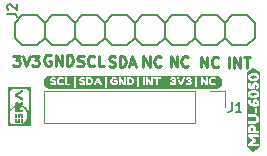
<source format=gbr>
%TF.GenerationSoftware,KiCad,Pcbnew,6.0.9-8da3e8f707~116~ubuntu22.04.1*%
%TF.CreationDate,2022-11-22T16:03:36+05:30*%
%TF.ProjectId,mpu,6d70752e-6b69-4636-9164-5f7063625858,rev?*%
%TF.SameCoordinates,Original*%
%TF.FileFunction,Legend,Top*%
%TF.FilePolarity,Positive*%
%FSLAX46Y46*%
G04 Gerber Fmt 4.6, Leading zero omitted, Abs format (unit mm)*
G04 Created by KiCad (PCBNEW 6.0.9-8da3e8f707~116~ubuntu22.04.1) date 2022-11-22 16:03:36*
%MOMM*%
%LPD*%
G01*
G04 APERTURE LIST*
%ADD10C,0.225000*%
%ADD11C,0.150000*%
%ADD12C,0.152400*%
%ADD13C,0.120000*%
G04 APERTURE END LIST*
D10*
X160075714Y-73777142D02*
X160075714Y-72877142D01*
X160504285Y-73777142D02*
X160504285Y-72877142D01*
X161018571Y-73777142D01*
X161018571Y-72877142D01*
X161318571Y-72877142D02*
X161832857Y-72877142D01*
X161575714Y-73777142D02*
X161575714Y-72877142D01*
X149907142Y-73644285D02*
X150035714Y-73687142D01*
X150250000Y-73687142D01*
X150335714Y-73644285D01*
X150378571Y-73601428D01*
X150421428Y-73515714D01*
X150421428Y-73430000D01*
X150378571Y-73344285D01*
X150335714Y-73301428D01*
X150250000Y-73258571D01*
X150078571Y-73215714D01*
X149992857Y-73172857D01*
X149950000Y-73130000D01*
X149907142Y-73044285D01*
X149907142Y-72958571D01*
X149950000Y-72872857D01*
X149992857Y-72830000D01*
X150078571Y-72787142D01*
X150292857Y-72787142D01*
X150421428Y-72830000D01*
X150807142Y-73687142D02*
X150807142Y-72787142D01*
X151021428Y-72787142D01*
X151150000Y-72830000D01*
X151235714Y-72915714D01*
X151278571Y-73001428D01*
X151321428Y-73172857D01*
X151321428Y-73301428D01*
X151278571Y-73472857D01*
X151235714Y-73558571D01*
X151150000Y-73644285D01*
X151021428Y-73687142D01*
X150807142Y-73687142D01*
X151664285Y-73430000D02*
X152092857Y-73430000D01*
X151578571Y-73687142D02*
X151878571Y-72787142D01*
X152178571Y-73687142D01*
X155112857Y-73707142D02*
X155112857Y-72807142D01*
X155627142Y-73707142D01*
X155627142Y-72807142D01*
X156570000Y-73621428D02*
X156527142Y-73664285D01*
X156398571Y-73707142D01*
X156312857Y-73707142D01*
X156184285Y-73664285D01*
X156098571Y-73578571D01*
X156055714Y-73492857D01*
X156012857Y-73321428D01*
X156012857Y-73192857D01*
X156055714Y-73021428D01*
X156098571Y-72935714D01*
X156184285Y-72850000D01*
X156312857Y-72807142D01*
X156398571Y-72807142D01*
X156527142Y-72850000D01*
X156570000Y-72892857D01*
X141775714Y-72747142D02*
X142332857Y-72747142D01*
X142032857Y-73090000D01*
X142161428Y-73090000D01*
X142247142Y-73132857D01*
X142290000Y-73175714D01*
X142332857Y-73261428D01*
X142332857Y-73475714D01*
X142290000Y-73561428D01*
X142247142Y-73604285D01*
X142161428Y-73647142D01*
X141904285Y-73647142D01*
X141818571Y-73604285D01*
X141775714Y-73561428D01*
X142590000Y-72747142D02*
X142890000Y-73647142D01*
X143190000Y-72747142D01*
X143404285Y-72747142D02*
X143961428Y-72747142D01*
X143661428Y-73090000D01*
X143790000Y-73090000D01*
X143875714Y-73132857D01*
X143918571Y-73175714D01*
X143961428Y-73261428D01*
X143961428Y-73475714D01*
X143918571Y-73561428D01*
X143875714Y-73604285D01*
X143790000Y-73647142D01*
X143532857Y-73647142D01*
X143447142Y-73604285D01*
X143404285Y-73561428D01*
X157682857Y-73757142D02*
X157682857Y-72857142D01*
X158197142Y-73757142D01*
X158197142Y-72857142D01*
X159140000Y-73671428D02*
X159097142Y-73714285D01*
X158968571Y-73757142D01*
X158882857Y-73757142D01*
X158754285Y-73714285D01*
X158668571Y-73628571D01*
X158625714Y-73542857D01*
X158582857Y-73371428D01*
X158582857Y-73242857D01*
X158625714Y-73071428D01*
X158668571Y-72985714D01*
X158754285Y-72900000D01*
X158882857Y-72857142D01*
X158968571Y-72857142D01*
X159097142Y-72900000D01*
X159140000Y-72942857D01*
X147228571Y-73614285D02*
X147357142Y-73657142D01*
X147571428Y-73657142D01*
X147657142Y-73614285D01*
X147700000Y-73571428D01*
X147742857Y-73485714D01*
X147742857Y-73400000D01*
X147700000Y-73314285D01*
X147657142Y-73271428D01*
X147571428Y-73228571D01*
X147400000Y-73185714D01*
X147314285Y-73142857D01*
X147271428Y-73100000D01*
X147228571Y-73014285D01*
X147228571Y-72928571D01*
X147271428Y-72842857D01*
X147314285Y-72800000D01*
X147400000Y-72757142D01*
X147614285Y-72757142D01*
X147742857Y-72800000D01*
X148642857Y-73571428D02*
X148600000Y-73614285D01*
X148471428Y-73657142D01*
X148385714Y-73657142D01*
X148257142Y-73614285D01*
X148171428Y-73528571D01*
X148128571Y-73442857D01*
X148085714Y-73271428D01*
X148085714Y-73142857D01*
X148128571Y-72971428D01*
X148171428Y-72885714D01*
X148257142Y-72800000D01*
X148385714Y-72757142D01*
X148471428Y-72757142D01*
X148600000Y-72800000D01*
X148642857Y-72842857D01*
X149457142Y-73657142D02*
X149028571Y-73657142D01*
X149028571Y-72757142D01*
X152812857Y-73697142D02*
X152812857Y-72797142D01*
X153327142Y-73697142D01*
X153327142Y-72797142D01*
X154270000Y-73611428D02*
X154227142Y-73654285D01*
X154098571Y-73697142D01*
X154012857Y-73697142D01*
X153884285Y-73654285D01*
X153798571Y-73568571D01*
X153755714Y-73482857D01*
X153712857Y-73311428D01*
X153712857Y-73182857D01*
X153755714Y-73011428D01*
X153798571Y-72925714D01*
X153884285Y-72840000D01*
X154012857Y-72797142D01*
X154098571Y-72797142D01*
X154227142Y-72840000D01*
X154270000Y-72882857D01*
X144944285Y-72740000D02*
X144858571Y-72697142D01*
X144730000Y-72697142D01*
X144601428Y-72740000D01*
X144515714Y-72825714D01*
X144472857Y-72911428D01*
X144430000Y-73082857D01*
X144430000Y-73211428D01*
X144472857Y-73382857D01*
X144515714Y-73468571D01*
X144601428Y-73554285D01*
X144730000Y-73597142D01*
X144815714Y-73597142D01*
X144944285Y-73554285D01*
X144987142Y-73511428D01*
X144987142Y-73211428D01*
X144815714Y-73211428D01*
X145372857Y-73597142D02*
X145372857Y-72697142D01*
X145887142Y-73597142D01*
X145887142Y-72697142D01*
X146315714Y-73597142D02*
X146315714Y-72697142D01*
X146530000Y-72697142D01*
X146658571Y-72740000D01*
X146744285Y-72825714D01*
X146787142Y-72911428D01*
X146830000Y-73082857D01*
X146830000Y-73211428D01*
X146787142Y-73382857D01*
X146744285Y-73468571D01*
X146658571Y-73554285D01*
X146530000Y-73597142D01*
X146315714Y-73597142D01*
D11*
%TO.C,J2*%
X141281904Y-69213452D02*
X141853333Y-69213452D01*
X141967619Y-69251547D01*
X142043809Y-69327738D01*
X142081904Y-69442023D01*
X142081904Y-69518214D01*
X141358095Y-68870595D02*
X141320000Y-68832500D01*
X141281904Y-68756309D01*
X141281904Y-68565833D01*
X141320000Y-68489642D01*
X141358095Y-68451547D01*
X141434285Y-68413452D01*
X141510476Y-68413452D01*
X141624761Y-68451547D01*
X142081904Y-68908690D01*
X142081904Y-68413452D01*
%TO.C,J1*%
X160308333Y-76711904D02*
X160308333Y-77283333D01*
X160270238Y-77397619D01*
X160194047Y-77473809D01*
X160079761Y-77511904D01*
X160003571Y-77511904D01*
X161108333Y-77511904D02*
X160651190Y-77511904D01*
X160879761Y-77511904D02*
X160879761Y-76711904D01*
X160803571Y-76826190D01*
X160727380Y-76902380D01*
X160651190Y-76940476D01*
%TO.C,kibuzzard-637B8032*%
G36*
X151720332Y-74741039D02*
G01*
X151778791Y-74779972D01*
X151819154Y-74838194D01*
X151832608Y-74909036D01*
X151818796Y-74979640D01*
X151777363Y-75037147D01*
X151718784Y-75075367D01*
X151653538Y-75088106D01*
X151561145Y-75088106D01*
X151561145Y-74728061D01*
X151652585Y-74728061D01*
X151720332Y-74741039D01*
G37*
G36*
X148998920Y-74968091D02*
G01*
X148872238Y-74968091D01*
X148935103Y-74837599D01*
X148998920Y-74968091D01*
G37*
G36*
X148266567Y-74741039D02*
G01*
X148325026Y-74779972D01*
X148365389Y-74838194D01*
X148378843Y-74909036D01*
X148365031Y-74979640D01*
X148323598Y-75037147D01*
X148265019Y-75075367D01*
X148199773Y-75088106D01*
X148107380Y-75088106D01*
X148107380Y-74728061D01*
X148198820Y-74728061D01*
X148266567Y-74741039D01*
G37*
G36*
X144864589Y-75555319D02*
G01*
X144810422Y-75547284D01*
X144757303Y-75533979D01*
X144705743Y-75515531D01*
X144656241Y-75492118D01*
X144609272Y-75463965D01*
X144565288Y-75431345D01*
X144524979Y-75394811D01*
X146935805Y-75394811D01*
X146943425Y-75452914D01*
X146963428Y-75472916D01*
X147001051Y-75478631D01*
X147038675Y-75472916D01*
X147059392Y-75448151D01*
X147066298Y-75396716D01*
X147066298Y-75394811D01*
X149578993Y-75394811D01*
X149586613Y-75452914D01*
X149606615Y-75472916D01*
X149644239Y-75478631D01*
X149681863Y-75472916D01*
X149702579Y-75448151D01*
X149709485Y-75396716D01*
X149709485Y-75394811D01*
X152304095Y-75394811D01*
X152311715Y-75452914D01*
X152331718Y-75472916D01*
X152369341Y-75478631D01*
X152406965Y-75472916D01*
X152427682Y-75448151D01*
X152434588Y-75396716D01*
X152434588Y-75394811D01*
X154619623Y-75394811D01*
X154627243Y-75452914D01*
X154647245Y-75472916D01*
X154684869Y-75478631D01*
X154722493Y-75472916D01*
X154743209Y-75448151D01*
X154750115Y-75396716D01*
X154750115Y-75394811D01*
X157212328Y-75394811D01*
X157219948Y-75452914D01*
X157239950Y-75472916D01*
X157277574Y-75478631D01*
X157315198Y-75472916D01*
X157335914Y-75448151D01*
X157342820Y-75396716D01*
X157342820Y-75172879D01*
X157660003Y-75172879D01*
X157661431Y-75206216D01*
X157670480Y-75231934D01*
X157695245Y-75251222D01*
X157742870Y-75257651D01*
X157791924Y-75251222D01*
X157817165Y-75231934D01*
X157826214Y-75207169D01*
X157827643Y-75173831D01*
X157827643Y-74860459D01*
X157854260Y-74895172D01*
X157889026Y-74940892D01*
X157931941Y-74997619D01*
X157983006Y-75065352D01*
X158042220Y-75144092D01*
X158109583Y-75233839D01*
X158133395Y-75251936D01*
X158184830Y-75257651D01*
X158233884Y-75251222D01*
X158259125Y-75231934D01*
X158268174Y-75207169D01*
X158269603Y-75173831D01*
X158269603Y-74905226D01*
X158331515Y-74905226D01*
X158337825Y-74976783D01*
X158356756Y-75042862D01*
X158385450Y-75100489D01*
X158421050Y-75146685D01*
X158462603Y-75184071D01*
X158509156Y-75215265D01*
X158557496Y-75239316D01*
X158604406Y-75255270D01*
X158650364Y-75264200D01*
X158695846Y-75267176D01*
X158741924Y-75263366D01*
X158789668Y-75251936D01*
X158853961Y-75227171D01*
X158886823Y-75207169D01*
X158916826Y-75183356D01*
X158929685Y-75150019D01*
X158908730Y-75096679D01*
X158875631Y-75056674D01*
X158844913Y-75043339D01*
X158799193Y-75062389D01*
X158782048Y-75074771D01*
X158744424Y-75090011D01*
X158688703Y-75097631D01*
X158627028Y-75087154D01*
X158567735Y-75055721D01*
X158519158Y-74995714D01*
X158504870Y-74955113D01*
X158500108Y-74909512D01*
X158504870Y-74863912D01*
X158519158Y-74823311D01*
X158566783Y-74764256D01*
X158627266Y-74732109D01*
X158688703Y-74721394D01*
X158748710Y-74729490D01*
X158795383Y-74753779D01*
X158843960Y-74774734D01*
X158875393Y-74761875D01*
X158910635Y-74723299D01*
X158930638Y-74670435D01*
X158905873Y-74625191D01*
X158879203Y-74608046D01*
X158856343Y-74594711D01*
X158786334Y-74566612D01*
X158740495Y-74556254D01*
X158695370Y-74552801D01*
X158632611Y-74558516D01*
X158570063Y-74575661D01*
X158507728Y-74604236D01*
X158460936Y-74634121D01*
X158419621Y-74670435D01*
X158384498Y-74715202D01*
X158356280Y-74770447D01*
X158337706Y-74834384D01*
X158331515Y-74905226D01*
X158269603Y-74905226D01*
X158269603Y-74645194D01*
X158263888Y-74596616D01*
X158251981Y-74576614D01*
X158227216Y-74565184D01*
X158183401Y-74560421D01*
X158138158Y-74566136D01*
X158111011Y-74588520D01*
X158101963Y-74641384D01*
X158101963Y-74963329D01*
X158075716Y-74928959D01*
X158042061Y-74884271D01*
X158000998Y-74829264D01*
X157952526Y-74763939D01*
X157896646Y-74688294D01*
X157833358Y-74602331D01*
X157811450Y-74577566D01*
X157788114Y-74565660D01*
X157742870Y-74560421D01*
X157696198Y-74566136D01*
X157669051Y-74588520D01*
X157660003Y-74641384D01*
X157660003Y-75172879D01*
X157342820Y-75172879D01*
X157342820Y-74604236D01*
X157335200Y-74547086D01*
X157315198Y-74527084D01*
X157277574Y-74521369D01*
X157239950Y-74527084D01*
X157219233Y-74551849D01*
X157212328Y-74603284D01*
X157212328Y-75394811D01*
X154750115Y-75394811D01*
X154750115Y-75050006D01*
X155053010Y-75050006D01*
X155063488Y-75101441D01*
X155065393Y-75110966D01*
X155075870Y-75135731D01*
X155099444Y-75173593D01*
X155126353Y-75203359D01*
X155181386Y-75240400D01*
X155244886Y-75262625D01*
X155316853Y-75270034D01*
X155389348Y-75262678D01*
X155453166Y-75240612D01*
X155508305Y-75203835D01*
X155550638Y-75155734D01*
X155576038Y-75099695D01*
X155584505Y-75035719D01*
X155576647Y-74987141D01*
X155553073Y-74944279D01*
X155523069Y-74913322D01*
X155494970Y-74892844D01*
X155494970Y-74886176D01*
X155536245Y-74856278D01*
X155561010Y-74816115D01*
X155569265Y-74765685D01*
X155561751Y-74711975D01*
X155539208Y-74661968D01*
X155514004Y-74630906D01*
X155622605Y-74630906D01*
X155636893Y-74676626D01*
X155899783Y-75210026D01*
X155931691Y-75243840D01*
X155976935Y-75256699D01*
X155986460Y-75256699D01*
X156030751Y-75243840D01*
X156062660Y-75210026D01*
X156141527Y-75050006D01*
X156377938Y-75050006D01*
X156388415Y-75101441D01*
X156390320Y-75110966D01*
X156400798Y-75135731D01*
X156424372Y-75173593D01*
X156451280Y-75203359D01*
X156506313Y-75240400D01*
X156569813Y-75262625D01*
X156641780Y-75270034D01*
X156714276Y-75262678D01*
X156778093Y-75240612D01*
X156833233Y-75203835D01*
X156875566Y-75155734D01*
X156900966Y-75099695D01*
X156909433Y-75035719D01*
X156901574Y-74987141D01*
X156878000Y-74944279D01*
X156847996Y-74913322D01*
X156819898Y-74892844D01*
X156819898Y-74886176D01*
X156861173Y-74856278D01*
X156885938Y-74816115D01*
X156894193Y-74765685D01*
X156886678Y-74711975D01*
X156864136Y-74661968D01*
X156826565Y-74615666D01*
X156775977Y-74578625D01*
X156714382Y-74556400D01*
X156641780Y-74548991D01*
X156594512Y-74552325D01*
X156551769Y-74562326D01*
X156488904Y-74591854D01*
X156449375Y-74629477D01*
X156428420Y-74659481D01*
X156406513Y-74724251D01*
X156418419Y-74758303D01*
X156454138Y-74788069D01*
X156506525Y-74805214D01*
X156542720Y-74793307D01*
X156569390Y-74757589D01*
X156575105Y-74746159D01*
X156599870Y-74723299D01*
X156653686Y-74711869D01*
X156706550Y-74729966D01*
X156725600Y-74768066D01*
X156707503Y-74795927D01*
X156653210Y-74805214D01*
X156603680Y-74809976D01*
X156577248Y-74835932D01*
X156568438Y-74889034D01*
X156574867Y-74937849D01*
X156594155Y-74962376D01*
X156618920Y-74971901D01*
X156662259Y-74973806D01*
X156717504Y-74993332D01*
X156740840Y-75038576D01*
X156717028Y-75084772D01*
X156686548Y-75100132D01*
X156642733Y-75105251D01*
X156602728Y-75099536D01*
X156550340Y-75053816D01*
X156521765Y-75004286D01*
X156471283Y-74994761D01*
X156401274Y-75008572D01*
X156377938Y-75050006D01*
X156141527Y-75050006D01*
X156325550Y-74676626D01*
X156339838Y-74630906D01*
X156325788Y-74598997D01*
X156283640Y-74569946D01*
X156227443Y-74553754D01*
X156185533Y-74579471D01*
X156172198Y-74608046D01*
X155981698Y-75025241D01*
X155971339Y-75003215D01*
X155947884Y-74952375D01*
X155916928Y-74885105D01*
X155884066Y-74813786D01*
X155851324Y-74742468D01*
X155820725Y-74675197D01*
X155796794Y-74622810D01*
X155784054Y-74596140D01*
X155768338Y-74570899D01*
X155752145Y-74557564D01*
X155726904Y-74553754D01*
X155678803Y-74569946D01*
X155636654Y-74598997D01*
X155622605Y-74630906D01*
X155514004Y-74630906D01*
X155501638Y-74615666D01*
X155451049Y-74578625D01*
X155389454Y-74556400D01*
X155316853Y-74548991D01*
X155269585Y-74552325D01*
X155226841Y-74562326D01*
X155163976Y-74591854D01*
X155124448Y-74629477D01*
X155103493Y-74659481D01*
X155081585Y-74724251D01*
X155093491Y-74758303D01*
X155129210Y-74788069D01*
X155181598Y-74805214D01*
X155217793Y-74793307D01*
X155244463Y-74757589D01*
X155250178Y-74746159D01*
X155274943Y-74723299D01*
X155328759Y-74711869D01*
X155381623Y-74729966D01*
X155400673Y-74768066D01*
X155382575Y-74795927D01*
X155328283Y-74805214D01*
X155278753Y-74809976D01*
X155252321Y-74835932D01*
X155243510Y-74889034D01*
X155249939Y-74937849D01*
X155269228Y-74962376D01*
X155293993Y-74971901D01*
X155337331Y-74973806D01*
X155392576Y-74993332D01*
X155415913Y-75038576D01*
X155392100Y-75084772D01*
X155361620Y-75100132D01*
X155317805Y-75105251D01*
X155277800Y-75099536D01*
X155225413Y-75053816D01*
X155196838Y-75004286D01*
X155146355Y-74994761D01*
X155076346Y-75008572D01*
X155053010Y-75050006D01*
X154750115Y-75050006D01*
X154750115Y-74604236D01*
X154742495Y-74547086D01*
X154722493Y-74527084D01*
X154684869Y-74521369D01*
X154647245Y-74527084D01*
X154626528Y-74551849D01*
X154619623Y-74603284D01*
X154619623Y-75394811D01*
X152434588Y-75394811D01*
X152434588Y-75172879D01*
X152751770Y-75172879D01*
X152757485Y-75221456D01*
X152782726Y-75248602D01*
X152835590Y-75257651D01*
X152884644Y-75251222D01*
X152909885Y-75231934D01*
X152918934Y-75207169D01*
X152920363Y-75173831D01*
X152920363Y-75172879D01*
X152996563Y-75172879D01*
X152997991Y-75206216D01*
X153007040Y-75231934D01*
X153031805Y-75251222D01*
X153079430Y-75257651D01*
X153128484Y-75251222D01*
X153153725Y-75231934D01*
X153162774Y-75207169D01*
X153164203Y-75173831D01*
X153164203Y-74860459D01*
X153190820Y-74895172D01*
X153225586Y-74940892D01*
X153268501Y-74997619D01*
X153319566Y-75065352D01*
X153378780Y-75144092D01*
X153446143Y-75233839D01*
X153469955Y-75251936D01*
X153521390Y-75257651D01*
X153570444Y-75251222D01*
X153595685Y-75231934D01*
X153604734Y-75207169D01*
X153606163Y-75173831D01*
X153606163Y-74645194D01*
X153604034Y-74627096D01*
X153658550Y-74627096D01*
X153663313Y-74667101D01*
X153682363Y-74689485D01*
X153727130Y-74696629D01*
X153910010Y-74696629D01*
X153910010Y-75174784D01*
X153911439Y-75207645D01*
X153920011Y-75232410D01*
X153944776Y-75251936D01*
X153991925Y-75257651D01*
X154039550Y-75251936D01*
X154064791Y-75232410D01*
X154073364Y-75208121D01*
X154074793Y-75175736D01*
X154074793Y-74696629D01*
X154256720Y-74696629D01*
X154305298Y-74688056D01*
X154321490Y-74667577D01*
X154326253Y-74628049D01*
X154321490Y-74588044D01*
X154302440Y-74565660D01*
X154257673Y-74558516D01*
X153728083Y-74558516D01*
X153679505Y-74567089D01*
X153663313Y-74587567D01*
X153658550Y-74627096D01*
X153604034Y-74627096D01*
X153600448Y-74596616D01*
X153588541Y-74576614D01*
X153563776Y-74565184D01*
X153519961Y-74560421D01*
X153474718Y-74566136D01*
X153447571Y-74588520D01*
X153438523Y-74641384D01*
X153438523Y-74963329D01*
X153412276Y-74928959D01*
X153378621Y-74884271D01*
X153337558Y-74829264D01*
X153289086Y-74763939D01*
X153233206Y-74688294D01*
X153169918Y-74602331D01*
X153148010Y-74577566D01*
X153124674Y-74565660D01*
X153079430Y-74560421D01*
X153032758Y-74566136D01*
X153005611Y-74588520D01*
X152996563Y-74641384D01*
X152996563Y-75172879D01*
X152920363Y-75172879D01*
X152920363Y-74644241D01*
X152915600Y-74594711D01*
X152889644Y-74568279D01*
X152836543Y-74559469D01*
X152787489Y-74565898D01*
X152762248Y-74585186D01*
X152753199Y-74610427D01*
X152751770Y-74643289D01*
X152751770Y-75172879D01*
X152434588Y-75172879D01*
X152434588Y-74604236D01*
X152426968Y-74547086D01*
X152406965Y-74527084D01*
X152369341Y-74521369D01*
X152331718Y-74527084D01*
X152311001Y-74551849D01*
X152304095Y-74603284D01*
X152304095Y-75394811D01*
X149709485Y-75394811D01*
X149709485Y-74901416D01*
X150012380Y-74901416D01*
X150018929Y-74974372D01*
X150038574Y-75041791D01*
X150071316Y-75103674D01*
X150117155Y-75160020D01*
X150171864Y-75206901D01*
X150231217Y-75240387D01*
X150295213Y-75260479D01*
X150363853Y-75267176D01*
X150438862Y-75261997D01*
X150503870Y-75246459D01*
X150558877Y-75220563D01*
X150603883Y-75184309D01*
X150609130Y-75172879D01*
X150706753Y-75172879D01*
X150708181Y-75206216D01*
X150717230Y-75231934D01*
X150741995Y-75251222D01*
X150789620Y-75257651D01*
X150838674Y-75251222D01*
X150863915Y-75231934D01*
X150872964Y-75207169D01*
X150874393Y-75173831D01*
X150874393Y-74860459D01*
X150901010Y-74895172D01*
X150935776Y-74940892D01*
X150978691Y-74997619D01*
X151029756Y-75065352D01*
X151088970Y-75144092D01*
X151156333Y-75233839D01*
X151180145Y-75251936D01*
X151231580Y-75257651D01*
X151280634Y-75251222D01*
X151305875Y-75231934D01*
X151314924Y-75207169D01*
X151316353Y-75173831D01*
X151316353Y-75171926D01*
X151392553Y-75171926D01*
X151403983Y-75232886D01*
X151429224Y-75250746D01*
X151476373Y-75256699D01*
X151650680Y-75256699D01*
X151720838Y-75250210D01*
X151785578Y-75230743D01*
X151844901Y-75198299D01*
X151898806Y-75152876D01*
X151943604Y-75098375D01*
X151975602Y-75038695D01*
X151994800Y-74973836D01*
X152001200Y-74903797D01*
X151994652Y-74834027D01*
X151975006Y-74769971D01*
X151942264Y-74711631D01*
X151896425Y-74659005D01*
X151841954Y-74615458D01*
X151783316Y-74584353D01*
X151720510Y-74565690D01*
X151653538Y-74559469D01*
X151477325Y-74558516D01*
X151428271Y-74564946D01*
X151403030Y-74584234D01*
X151393981Y-74608999D01*
X151392553Y-74642336D01*
X151392553Y-75171926D01*
X151316353Y-75171926D01*
X151316353Y-74645194D01*
X151310638Y-74596616D01*
X151298731Y-74576614D01*
X151273966Y-74565184D01*
X151230151Y-74560421D01*
X151184908Y-74566136D01*
X151157761Y-74588520D01*
X151148713Y-74641384D01*
X151148713Y-74963329D01*
X151122466Y-74928959D01*
X151088811Y-74884271D01*
X151047748Y-74829264D01*
X150999276Y-74763939D01*
X150943396Y-74688294D01*
X150880108Y-74602331D01*
X150858200Y-74577566D01*
X150834864Y-74565660D01*
X150789620Y-74560421D01*
X150742948Y-74566136D01*
X150715801Y-74588520D01*
X150706753Y-74641384D01*
X150706753Y-75172879D01*
X150609130Y-75172879D01*
X150630553Y-75126206D01*
X150630553Y-74916656D01*
X150621028Y-74863316D01*
X150558163Y-74836646D01*
X150390523Y-74836646D01*
X150344803Y-74845219D01*
X150329086Y-74866174D01*
X150324800Y-74906655D01*
X150328610Y-74946660D01*
X150344803Y-74969044D01*
X150386713Y-74976664D01*
X150461960Y-74976664D01*
X150461960Y-75080486D01*
X150417431Y-75093345D01*
X150367663Y-75097631D01*
X150299083Y-75083225D01*
X150238123Y-75040005D01*
X150206373Y-74998836D01*
X150187323Y-74952163D01*
X150180973Y-74899987D01*
X150195022Y-74825454D01*
X150237170Y-74766637D01*
X150297416Y-74728418D01*
X150365758Y-74715679D01*
X150417193Y-74722227D01*
X150461008Y-74741872D01*
X150519110Y-74768066D01*
X150551257Y-74755446D01*
X150586738Y-74717584D01*
X150608645Y-74663767D01*
X150582928Y-74621381D01*
X150514877Y-74580106D01*
X150444074Y-74555341D01*
X150370520Y-74547086D01*
X150300511Y-74553426D01*
X150235265Y-74572447D01*
X150174781Y-74604147D01*
X150119060Y-74648527D01*
X150072388Y-74702374D01*
X150039050Y-74762470D01*
X150019048Y-74828818D01*
X150012380Y-74901416D01*
X149709485Y-74901416D01*
X149709485Y-74604236D01*
X149701865Y-74547086D01*
X149681863Y-74527084D01*
X149644239Y-74521369D01*
X149606615Y-74527084D01*
X149585898Y-74551849D01*
X149578993Y-74603284D01*
X149578993Y-75394811D01*
X147066298Y-75394811D01*
X147066298Y-75104775D01*
X147369193Y-75104775D01*
X147393958Y-75159544D01*
X147402530Y-75170021D01*
X147430153Y-75199072D01*
X147473015Y-75229076D01*
X147537785Y-75256222D01*
X147578981Y-75264438D01*
X147622558Y-75267176D01*
X147679813Y-75261567D01*
X147734741Y-75244740D01*
X147787340Y-75216694D01*
X147823535Y-75185618D01*
X147832897Y-75171926D01*
X147938788Y-75171926D01*
X147950218Y-75232886D01*
X147975459Y-75250746D01*
X148022608Y-75256699D01*
X148196915Y-75256699D01*
X148267073Y-75250210D01*
X148331813Y-75230743D01*
X148391136Y-75198299D01*
X148402087Y-75189071D01*
X148585535Y-75189071D01*
X148599346Y-75221456D01*
X148640780Y-75250031D01*
X148691739Y-75266224D01*
X148722219Y-75257175D01*
X148739364Y-75239554D01*
X148754128Y-75211931D01*
X148803658Y-75109061D01*
X149067500Y-75109061D01*
X149117030Y-75211931D01*
X149131794Y-75240506D01*
X149148939Y-75258604D01*
X149179419Y-75267176D01*
X149230378Y-75250984D01*
X149271811Y-75221694D01*
X149285623Y-75189071D01*
X149269430Y-75140494D01*
X149012255Y-74608999D01*
X148980823Y-74571851D01*
X148936055Y-74559469D01*
X148890811Y-74572804D01*
X148858903Y-74608046D01*
X148601728Y-75140494D01*
X148585535Y-75189071D01*
X148402087Y-75189071D01*
X148445041Y-75152876D01*
X148489839Y-75098375D01*
X148521837Y-75038695D01*
X148541035Y-74973836D01*
X148547435Y-74903797D01*
X148540887Y-74834027D01*
X148521241Y-74769971D01*
X148488499Y-74711631D01*
X148442660Y-74659005D01*
X148388189Y-74615458D01*
X148329551Y-74584353D01*
X148266745Y-74565690D01*
X148199773Y-74559469D01*
X148023560Y-74558516D01*
X147974506Y-74564946D01*
X147949265Y-74584234D01*
X147940216Y-74608999D01*
X147938788Y-74642336D01*
X147938788Y-75171926D01*
X147832897Y-75171926D01*
X147852110Y-75143827D01*
X147870684Y-75092988D01*
X147876875Y-75034766D01*
X147870803Y-74977735D01*
X147852586Y-74930467D01*
X147825321Y-74894392D01*
X147792103Y-74870936D01*
X147754241Y-74855101D01*
X147713045Y-74841885D01*
X147671849Y-74831527D01*
X147633988Y-74824264D01*
X147573504Y-74802356D01*
X147549215Y-74759970D01*
X147569694Y-74719012D01*
X147621129Y-74704249D01*
X147672088Y-74716631D01*
X147686851Y-74729014D01*
X147697805Y-74738539D01*
X147747335Y-74757589D01*
X147781149Y-74745682D01*
X147814010Y-74709964D01*
X147836870Y-74657576D01*
X147807343Y-74610904D01*
X147783530Y-74592806D01*
X147718284Y-74562802D01*
X147668635Y-74551730D01*
X147613985Y-74548039D01*
X147547257Y-74554971D01*
X147490583Y-74575767D01*
X147443964Y-74610427D01*
X147409303Y-74654401D01*
X147388507Y-74703137D01*
X147381575Y-74756636D01*
X147387647Y-74813191D01*
X147405864Y-74860935D01*
X147433129Y-74898440D01*
X147466348Y-74924276D01*
X147503971Y-74942969D01*
X147544453Y-74959042D01*
X147584934Y-74971782D01*
X147622558Y-74980474D01*
X147683041Y-75001905D01*
X147707330Y-75038576D01*
X147697488Y-75078793D01*
X147667960Y-75102923D01*
X147618748Y-75110966D01*
X147573028Y-75096202D01*
X147534928Y-75065246D01*
X147492541Y-75029527D01*
X147460633Y-75017621D01*
X147410150Y-75040481D01*
X147379432Y-75076557D01*
X147369193Y-75104775D01*
X147066298Y-75104775D01*
X147066298Y-74604236D01*
X147058678Y-74547086D01*
X147038675Y-74527084D01*
X147001051Y-74521369D01*
X146963428Y-74527084D01*
X146942711Y-74551849D01*
X146935805Y-74603284D01*
X146935805Y-75394811D01*
X144524979Y-75394811D01*
X144524713Y-75394570D01*
X144487939Y-75353995D01*
X144455318Y-75310012D01*
X144427166Y-75263042D01*
X144403753Y-75213540D01*
X144385305Y-75161981D01*
X144371999Y-75108862D01*
X144371393Y-75104775D01*
X144919363Y-75104775D01*
X144944128Y-75159544D01*
X144952700Y-75170021D01*
X144980323Y-75199072D01*
X145023185Y-75229076D01*
X145087955Y-75256222D01*
X145129151Y-75264438D01*
X145172728Y-75267176D01*
X145229983Y-75261567D01*
X145284911Y-75244740D01*
X145337510Y-75216694D01*
X145373705Y-75185618D01*
X145402280Y-75143827D01*
X145420854Y-75092988D01*
X145427045Y-75034766D01*
X145420973Y-74977735D01*
X145402756Y-74930467D01*
X145383679Y-74905226D01*
X145474670Y-74905226D01*
X145480980Y-74976783D01*
X145499911Y-75042862D01*
X145528605Y-75100489D01*
X145564205Y-75146685D01*
X145605758Y-75184071D01*
X145652311Y-75215265D01*
X145700651Y-75239316D01*
X145747561Y-75255270D01*
X145793519Y-75264200D01*
X145839001Y-75267176D01*
X145885079Y-75263366D01*
X145932823Y-75251936D01*
X145997116Y-75227171D01*
X146029978Y-75207169D01*
X146059981Y-75183356D01*
X146064022Y-75172879D01*
X146135705Y-75172879D01*
X146141420Y-75221456D01*
X146166661Y-75248602D01*
X146219525Y-75257651D01*
X146562425Y-75257651D01*
X146611955Y-75248126D01*
X146628148Y-75227171D01*
X146632910Y-75186690D01*
X146628148Y-75146209D01*
X146609098Y-75123825D01*
X146563378Y-75116681D01*
X146304298Y-75116681D01*
X146304298Y-74644241D01*
X146299535Y-74594711D01*
X146273579Y-74568279D01*
X146220478Y-74559469D01*
X146171424Y-74565898D01*
X146146183Y-74585186D01*
X146137134Y-74610427D01*
X146135705Y-74643289D01*
X146135705Y-75172879D01*
X146064022Y-75172879D01*
X146072840Y-75150019D01*
X146051885Y-75096679D01*
X146018786Y-75056674D01*
X145988068Y-75043339D01*
X145942348Y-75062389D01*
X145925203Y-75074771D01*
X145887579Y-75090011D01*
X145831858Y-75097631D01*
X145770183Y-75087154D01*
X145710890Y-75055721D01*
X145662313Y-74995714D01*
X145648025Y-74955113D01*
X145643263Y-74909512D01*
X145648025Y-74863912D01*
X145662313Y-74823311D01*
X145709938Y-74764256D01*
X145770421Y-74732109D01*
X145831858Y-74721394D01*
X145891865Y-74729490D01*
X145938538Y-74753779D01*
X145987115Y-74774734D01*
X146018548Y-74761875D01*
X146053790Y-74723299D01*
X146073793Y-74670435D01*
X146049028Y-74625191D01*
X146022358Y-74608046D01*
X145999498Y-74594711D01*
X145929489Y-74566612D01*
X145883650Y-74556254D01*
X145838525Y-74552801D01*
X145775766Y-74558516D01*
X145713218Y-74575661D01*
X145650883Y-74604236D01*
X145604091Y-74634121D01*
X145562776Y-74670435D01*
X145527653Y-74715202D01*
X145499435Y-74770447D01*
X145480861Y-74834384D01*
X145474670Y-74905226D01*
X145383679Y-74905226D01*
X145375491Y-74894392D01*
X145342273Y-74870936D01*
X145304411Y-74855101D01*
X145263215Y-74841885D01*
X145222019Y-74831527D01*
X145184158Y-74824264D01*
X145123674Y-74802356D01*
X145099385Y-74759970D01*
X145119864Y-74719012D01*
X145171299Y-74704249D01*
X145222258Y-74716631D01*
X145237021Y-74729014D01*
X145247975Y-74738539D01*
X145297505Y-74757589D01*
X145331319Y-74745682D01*
X145364180Y-74709964D01*
X145387040Y-74657576D01*
X145357513Y-74610904D01*
X145333700Y-74592806D01*
X145268454Y-74562802D01*
X145218805Y-74551730D01*
X145164155Y-74548039D01*
X145097427Y-74554971D01*
X145040753Y-74575767D01*
X144994134Y-74610427D01*
X144959473Y-74654401D01*
X144938677Y-74703137D01*
X144931745Y-74756636D01*
X144937817Y-74813191D01*
X144956034Y-74860935D01*
X144983299Y-74898440D01*
X145016518Y-74924276D01*
X145054141Y-74942969D01*
X145094623Y-74959042D01*
X145135104Y-74971782D01*
X145172728Y-74980474D01*
X145233211Y-75001905D01*
X145257500Y-75038576D01*
X145247658Y-75078793D01*
X145218130Y-75102923D01*
X145168918Y-75110966D01*
X145123198Y-75096202D01*
X145085098Y-75065246D01*
X145042711Y-75029527D01*
X145010803Y-75017621D01*
X144960320Y-75040481D01*
X144929602Y-75076557D01*
X144919363Y-75104775D01*
X144371393Y-75104775D01*
X144363964Y-75054694D01*
X144361277Y-75000000D01*
X144363964Y-74945306D01*
X144371999Y-74891138D01*
X144385305Y-74838019D01*
X144403753Y-74786460D01*
X144427166Y-74736958D01*
X144455318Y-74689988D01*
X144487939Y-74646005D01*
X144524713Y-74605430D01*
X144565288Y-74568655D01*
X144609272Y-74536035D01*
X144656241Y-74507882D01*
X144705743Y-74484469D01*
X144757303Y-74466021D01*
X144810422Y-74452716D01*
X144864589Y-74444681D01*
X144919283Y-74441994D01*
X158930717Y-74441994D01*
X158985411Y-74444681D01*
X159039579Y-74452716D01*
X159092698Y-74466021D01*
X159144257Y-74484470D01*
X159193759Y-74507882D01*
X159240729Y-74536035D01*
X159284712Y-74568655D01*
X159325287Y-74605430D01*
X159362061Y-74646005D01*
X159394682Y-74689988D01*
X159422834Y-74736958D01*
X159446247Y-74786460D01*
X159464695Y-74838019D01*
X159478001Y-74891138D01*
X159486036Y-74945306D01*
X159488723Y-75000000D01*
X159486036Y-75054694D01*
X159478001Y-75108862D01*
X159464695Y-75161981D01*
X159446247Y-75213540D01*
X159422834Y-75263042D01*
X159394682Y-75310012D01*
X159362061Y-75353995D01*
X159325287Y-75394570D01*
X159284712Y-75431345D01*
X159240729Y-75463965D01*
X159193759Y-75492118D01*
X159144257Y-75515530D01*
X159092698Y-75533979D01*
X159039579Y-75547284D01*
X158985411Y-75555319D01*
X158930717Y-75558006D01*
X144919283Y-75558006D01*
X144864589Y-75555319D01*
G37*
D12*
%TO.C,J2*%
X145075000Y-69330000D02*
X146345000Y-69330000D01*
X148885000Y-69330000D02*
X149520000Y-69965000D01*
X146980000Y-69965000D02*
X147615000Y-69330000D01*
X141900000Y-71235000D02*
X142535000Y-71870000D01*
X152060000Y-71235000D02*
X151425000Y-71870000D01*
X155235000Y-69330000D02*
X156505000Y-69330000D01*
X149520000Y-69965000D02*
X149520000Y-71235000D01*
X157775000Y-69330000D02*
X159045000Y-69330000D01*
X157775000Y-69330000D02*
X157140000Y-69965000D01*
X148885000Y-71870000D02*
X147615000Y-71870000D01*
X161585000Y-69330000D02*
X162220000Y-69965000D01*
X147615000Y-69330000D02*
X148885000Y-69330000D01*
X156505000Y-71870000D02*
X155235000Y-71870000D01*
X146980000Y-71235000D02*
X146345000Y-71870000D01*
X159045000Y-69330000D02*
X159680000Y-69965000D01*
X162220000Y-69965000D02*
X162220000Y-71235000D01*
X149520000Y-71235000D02*
X150155000Y-71870000D01*
X146980000Y-69965000D02*
X146980000Y-71235000D01*
X156505000Y-69330000D02*
X157140000Y-69965000D01*
X161585000Y-71870000D02*
X160315000Y-71870000D01*
X155235000Y-71870000D02*
X154600000Y-71235000D01*
X151425000Y-71870000D02*
X150155000Y-71870000D01*
X154600000Y-69965000D02*
X154600000Y-71235000D01*
X141900000Y-69965000D02*
X141900000Y-71235000D01*
X149520000Y-71235000D02*
X148885000Y-71870000D01*
X159680000Y-71235000D02*
X159045000Y-71870000D01*
X157140000Y-71235000D02*
X156505000Y-71870000D01*
X157140000Y-69965000D02*
X157140000Y-71235000D01*
X154600000Y-71235000D02*
X153965000Y-71870000D01*
X151425000Y-69330000D02*
X152060000Y-69965000D01*
X153965000Y-69330000D02*
X154600000Y-69965000D01*
X162220000Y-71235000D02*
X161585000Y-71870000D01*
X144440000Y-69965000D02*
X144440000Y-71235000D01*
X159680000Y-69965000D02*
X159680000Y-71235000D01*
X152060000Y-69965000D02*
X152060000Y-71235000D01*
X150155000Y-69330000D02*
X151425000Y-69330000D01*
X153965000Y-71870000D02*
X152695000Y-71870000D01*
X159045000Y-71870000D02*
X157775000Y-71870000D01*
X152060000Y-69965000D02*
X152695000Y-69330000D01*
X143805000Y-69330000D02*
X144440000Y-69965000D01*
X159680000Y-71235000D02*
X160315000Y-71870000D01*
X160315000Y-69330000D02*
X159680000Y-69965000D01*
X144440000Y-71235000D02*
X143805000Y-71870000D01*
X142535000Y-69330000D02*
X143805000Y-69330000D01*
X157140000Y-71235000D02*
X157775000Y-71870000D01*
X145075000Y-71870000D02*
X144440000Y-71235000D01*
X143805000Y-71870000D02*
X142535000Y-71870000D01*
X152695000Y-71870000D02*
X152060000Y-71235000D01*
X146345000Y-69330000D02*
X146980000Y-69965000D01*
X154600000Y-69965000D02*
X155235000Y-69330000D01*
X152695000Y-69330000D02*
X153965000Y-69330000D01*
X147615000Y-71870000D02*
X146980000Y-71235000D01*
X160315000Y-69330000D02*
X161585000Y-69330000D01*
X146345000Y-71870000D02*
X145075000Y-71870000D01*
X150155000Y-69330000D02*
X149520000Y-69965000D01*
X144440000Y-69965000D02*
X145075000Y-69330000D01*
X142535000Y-69330000D02*
X141900000Y-69965000D01*
D13*
%TO.C,J1*%
X157140000Y-78420000D02*
X144380000Y-78420000D01*
X159740000Y-75760000D02*
X159740000Y-77090000D01*
X157140000Y-75760000D02*
X157140000Y-78420000D01*
X157140000Y-75760000D02*
X144380000Y-75760000D01*
X158410000Y-75760000D02*
X159740000Y-75760000D01*
X144380000Y-75760000D02*
X144380000Y-78420000D01*
%TO.C,G\u002A\u002A\u002A*%
G36*
X142311508Y-78145922D02*
G01*
X142321750Y-78145975D01*
X142330535Y-78146056D01*
X142337641Y-78146163D01*
X142342842Y-78146295D01*
X142345916Y-78146448D01*
X142346693Y-78146585D01*
X142346765Y-78150250D01*
X142346827Y-78156168D01*
X142346880Y-78164090D01*
X142346924Y-78173770D01*
X142346959Y-78184960D01*
X142346985Y-78197413D01*
X142347003Y-78210883D01*
X142347012Y-78225121D01*
X142347014Y-78239882D01*
X142347007Y-78254917D01*
X142346993Y-78269979D01*
X142346971Y-78284823D01*
X142346942Y-78299199D01*
X142346906Y-78312861D01*
X142346863Y-78325563D01*
X142346813Y-78337056D01*
X142346756Y-78347094D01*
X142346694Y-78355430D01*
X142346625Y-78361816D01*
X142346549Y-78366005D01*
X142346522Y-78366890D01*
X142346247Y-78374351D01*
X142345993Y-78381334D01*
X142345779Y-78387268D01*
X142345626Y-78391581D01*
X142345574Y-78393123D01*
X142345399Y-78398496D01*
X142330491Y-78398496D01*
X142329575Y-78416828D01*
X142328658Y-78435160D01*
X142312529Y-78435160D01*
X142312529Y-78442642D01*
X142312433Y-78448059D01*
X142311876Y-78451432D01*
X142310451Y-78453244D01*
X142307754Y-78453980D01*
X142303381Y-78454123D01*
X142294829Y-78454123D01*
X142294829Y-78470448D01*
X142285664Y-78470819D01*
X142276498Y-78471191D01*
X142276129Y-78480989D01*
X142275759Y-78490786D01*
X142005317Y-78490786D01*
X142005317Y-78471823D01*
X141997352Y-78471823D01*
X141992775Y-78471589D01*
X141989302Y-78470972D01*
X141987870Y-78470306D01*
X141987038Y-78468276D01*
X141986487Y-78464635D01*
X141986353Y-78461516D01*
X141986353Y-78454244D01*
X141978451Y-78453868D01*
X141970550Y-78453491D01*
X141969918Y-78444641D01*
X141969286Y-78435792D01*
X141960902Y-78435421D01*
X141952519Y-78435051D01*
X141951605Y-78416774D01*
X141950691Y-78398496D01*
X141936086Y-78398496D01*
X141935110Y-78383641D01*
X141935017Y-78380992D01*
X141934926Y-78376042D01*
X141934838Y-78369022D01*
X141934753Y-78360159D01*
X141934672Y-78349684D01*
X141934596Y-78337824D01*
X141934524Y-78324808D01*
X141934458Y-78310866D01*
X141934399Y-78296226D01*
X141934346Y-78281117D01*
X141934301Y-78265767D01*
X141934264Y-78250407D01*
X141934236Y-78235263D01*
X141934217Y-78220566D01*
X141934208Y-78206544D01*
X141934209Y-78193425D01*
X141934222Y-78181439D01*
X141934247Y-78170815D01*
X141934284Y-78161781D01*
X141934335Y-78154567D01*
X141934399Y-78149400D01*
X141934473Y-78146585D01*
X141935709Y-78146415D01*
X141939249Y-78146265D01*
X141944869Y-78146139D01*
X141952347Y-78146037D01*
X141961457Y-78145961D01*
X141971977Y-78145915D01*
X141983681Y-78145899D01*
X141996347Y-78145915D01*
X142006897Y-78145953D01*
X142079275Y-78146279D01*
X142079605Y-78200898D01*
X142079934Y-78255516D01*
X142087822Y-78255892D01*
X142095710Y-78256269D01*
X142097926Y-78289415D01*
X142109339Y-78290225D01*
X142117408Y-78290639D01*
X142127231Y-78290896D01*
X142138036Y-78290997D01*
X142149054Y-78290942D01*
X142159515Y-78290730D01*
X142168647Y-78290362D01*
X142171196Y-78290210D01*
X142183469Y-78289397D01*
X142183838Y-78281050D01*
X142184208Y-78272704D01*
X142192730Y-78272330D01*
X142201252Y-78271957D01*
X142201579Y-78209118D01*
X142201907Y-78146279D01*
X142274285Y-78145953D01*
X142287552Y-78145909D01*
X142300035Y-78145899D01*
X142311508Y-78145922D01*
G37*
G36*
X142095078Y-77680404D02*
G01*
X142114042Y-77680404D01*
X142114042Y-77662704D01*
X142130477Y-77662704D01*
X142130477Y-77671479D01*
X142130647Y-77675964D01*
X142131093Y-77679385D01*
X142131720Y-77681021D01*
X142131741Y-77681036D01*
X142131912Y-77682370D01*
X142132069Y-77685994D01*
X142132212Y-77691669D01*
X142132340Y-77699157D01*
X142132452Y-77708218D01*
X142132550Y-77718614D01*
X142132631Y-77730107D01*
X142132696Y-77742457D01*
X142132744Y-77755426D01*
X142132775Y-77768776D01*
X142132788Y-77782267D01*
X142132783Y-77795661D01*
X142132760Y-77808720D01*
X142132718Y-77821204D01*
X142132656Y-77832874D01*
X142132575Y-77843493D01*
X142132474Y-77852822D01*
X142132352Y-77860622D01*
X142132210Y-77866653D01*
X142132072Y-77870207D01*
X142131633Y-77878591D01*
X142097853Y-77880401D01*
X142096945Y-77897345D01*
X142096038Y-77914290D01*
X142079934Y-77914290D01*
X142079605Y-77968336D01*
X142079275Y-78022383D01*
X142007060Y-78022709D01*
X141934844Y-78023035D01*
X141934096Y-78005642D01*
X141933949Y-78000845D01*
X141933822Y-77993908D01*
X141933713Y-77985090D01*
X141933624Y-77974648D01*
X141933553Y-77962843D01*
X141933500Y-77949933D01*
X141933465Y-77936176D01*
X141933448Y-77921833D01*
X141933448Y-77907161D01*
X141933464Y-77892419D01*
X141933498Y-77877867D01*
X141933548Y-77863763D01*
X141933614Y-77850366D01*
X141933696Y-77837935D01*
X141933793Y-77826729D01*
X141933905Y-77817007D01*
X141934032Y-77809027D01*
X141934174Y-77803049D01*
X141934330Y-77799331D01*
X141934336Y-77799243D01*
X141935151Y-77787233D01*
X141942864Y-77786861D01*
X141950577Y-77786490D01*
X141951397Y-77773074D01*
X141951769Y-77765645D01*
X141952053Y-77757397D01*
X141952205Y-77749733D01*
X141952218Y-77747270D01*
X141952218Y-77734882D01*
X141969286Y-77734134D01*
X141969918Y-77725284D01*
X141970550Y-77716435D01*
X141978393Y-77716060D01*
X141986235Y-77715685D01*
X141986610Y-77707842D01*
X141986985Y-77700000D01*
X141995835Y-77699367D01*
X142004685Y-77698735D01*
X142005317Y-77690518D01*
X142005949Y-77682300D01*
X142015431Y-77681517D01*
X142019608Y-77681272D01*
X142025764Y-77681041D01*
X142033348Y-77680840D01*
X142041810Y-77680682D01*
X142050600Y-77680581D01*
X142052410Y-77680569D01*
X142079907Y-77680404D01*
X142079907Y-77662704D01*
X142095078Y-77662704D01*
X142095078Y-77680404D01*
G37*
G36*
X142363099Y-77680404D02*
G01*
X142385855Y-77680404D01*
X142385855Y-77662704D01*
X142401026Y-77662704D01*
X142401026Y-77680404D01*
X142473088Y-77680404D01*
X142473088Y-77662704D01*
X142489524Y-77662704D01*
X142489524Y-77680404D01*
X142507781Y-77680404D01*
X142514981Y-77680489D01*
X142520776Y-77680729D01*
X142524810Y-77681101D01*
X142526730Y-77681580D01*
X142526819Y-77681668D01*
X142528389Y-77682301D01*
X142531762Y-77682754D01*
X142536216Y-77682932D01*
X142545030Y-77682932D01*
X142545406Y-77690834D01*
X142545783Y-77698735D01*
X142554892Y-77699106D01*
X142564001Y-77699476D01*
X142564374Y-77707955D01*
X142564746Y-77716435D01*
X142573280Y-77716809D01*
X142581814Y-77717182D01*
X142581814Y-77724607D01*
X142581916Y-77730009D01*
X142582477Y-77733369D01*
X142583877Y-77735169D01*
X142586497Y-77735895D01*
X142590719Y-77736031D01*
X142590799Y-77736031D01*
X142595036Y-77736146D01*
X142597305Y-77736602D01*
X142598159Y-77737564D01*
X142598230Y-77738243D01*
X142598301Y-77740164D01*
X142598512Y-77744168D01*
X142598836Y-77749816D01*
X142599249Y-77756669D01*
X142599717Y-77764160D01*
X142601223Y-77787865D01*
X142617213Y-77787865D01*
X142617213Y-78023015D01*
X142548505Y-78023015D01*
X142535133Y-78023000D01*
X142522186Y-78022956D01*
X142509949Y-78022887D01*
X142498705Y-78022795D01*
X142488739Y-78022683D01*
X142480334Y-78022554D01*
X142473775Y-78022412D01*
X142469346Y-78022258D01*
X142468226Y-78022193D01*
X142456653Y-78021372D01*
X142456661Y-77973204D01*
X142456621Y-77961246D01*
X142456505Y-77949083D01*
X142456323Y-77937187D01*
X142456084Y-77926031D01*
X142455798Y-77916085D01*
X142455476Y-77907821D01*
X142455199Y-77902773D01*
X142453731Y-77880510D01*
X142441601Y-77879707D01*
X142432307Y-77879260D01*
X142421323Y-77879001D01*
X142409480Y-77878930D01*
X142397610Y-77879047D01*
X142386545Y-77879352D01*
X142379099Y-77879715D01*
X142365627Y-77880539D01*
X142365627Y-77887197D01*
X142365508Y-77892377D01*
X142364850Y-77895532D01*
X142363200Y-77897162D01*
X142360105Y-77897769D01*
X142356010Y-77897854D01*
X142347928Y-77897854D01*
X142347708Y-77907020D01*
X142347664Y-77910722D01*
X142347649Y-77916518D01*
X142347663Y-77923975D01*
X142347704Y-77932658D01*
X142347771Y-77942134D01*
X142347861Y-77951968D01*
X142347864Y-77952217D01*
X142347930Y-77962635D01*
X142347922Y-77973234D01*
X142347845Y-77983455D01*
X142347706Y-77992742D01*
X142347509Y-78000538D01*
X142347299Y-78005631D01*
X142346359Y-78023015D01*
X142202921Y-78023015D01*
X142202104Y-78010688D01*
X142201944Y-78006900D01*
X142201801Y-78000836D01*
X142201676Y-77992751D01*
X142201570Y-77982896D01*
X142201481Y-77971526D01*
X142201411Y-77958893D01*
X142201358Y-77945251D01*
X142201324Y-77930853D01*
X142201308Y-77915952D01*
X142201310Y-77900802D01*
X142201330Y-77885655D01*
X142201368Y-77870764D01*
X142201424Y-77856384D01*
X142201498Y-77842766D01*
X142201590Y-77830165D01*
X142201700Y-77818833D01*
X142201828Y-77809024D01*
X142201974Y-77800991D01*
X142202111Y-77795766D01*
X142202941Y-77770165D01*
X142221219Y-77770165D01*
X142222135Y-77752466D01*
X142223052Y-77734766D01*
X142239203Y-77734766D01*
X142239203Y-77727284D01*
X142239298Y-77721867D01*
X142239856Y-77718494D01*
X142241280Y-77716682D01*
X142243977Y-77715946D01*
X142248351Y-77715803D01*
X142256902Y-77715803D01*
X142256902Y-77707720D01*
X142257016Y-77703183D01*
X142257682Y-77700358D01*
X142259383Y-77698839D01*
X142262602Y-77698223D01*
X142267824Y-77698103D01*
X142275866Y-77698103D01*
X142275866Y-77682052D01*
X142289337Y-77681228D01*
X142295408Y-77680941D01*
X142303190Y-77680697D01*
X142311865Y-77680516D01*
X142320615Y-77680417D01*
X142324736Y-77680404D01*
X142346664Y-77680404D01*
X142346664Y-77662704D01*
X142363099Y-77662704D01*
X142363099Y-77680404D01*
G37*
G36*
X141309981Y-75438893D02*
G01*
X143310020Y-75438893D01*
X143310020Y-78741107D01*
X141309981Y-78741107D01*
X141309981Y-78308735D01*
X141503410Y-78308735D01*
X141518276Y-78308735D01*
X141519039Y-78326750D01*
X141519395Y-78335172D01*
X141519804Y-78344934D01*
X141520218Y-78354847D01*
X141520586Y-78363724D01*
X141520599Y-78364046D01*
X141521396Y-78383325D01*
X141536026Y-78383325D01*
X141536870Y-78399445D01*
X141537228Y-78405673D01*
X141537596Y-78411044D01*
X141537934Y-78415019D01*
X141538200Y-78417063D01*
X141538222Y-78417144D01*
X141539845Y-78418164D01*
X141543803Y-78418671D01*
X141546247Y-78418724D01*
X141553765Y-78418724D01*
X141554524Y-78427258D01*
X141555071Y-78433481D01*
X141555662Y-78440334D01*
X141556000Y-78444325D01*
X141556716Y-78452859D01*
X141575473Y-78452859D01*
X141575473Y-78470443D01*
X141584006Y-78470817D01*
X141592540Y-78471191D01*
X141593804Y-78491419D01*
X141602279Y-78491791D01*
X141610754Y-78492164D01*
X141611504Y-78507854D01*
X141619981Y-78508226D01*
X141628458Y-78508599D01*
X141628830Y-78517076D01*
X141629203Y-78525553D01*
X141638053Y-78526185D01*
X141646903Y-78526818D01*
X141647649Y-78542368D01*
X141681669Y-78544190D01*
X141681669Y-78560320D01*
X141688307Y-78560495D01*
X141691874Y-78560603D01*
X141697356Y-78560785D01*
X141704139Y-78561021D01*
X141711612Y-78561289D01*
X141715804Y-78561443D01*
X141736664Y-78562216D01*
X141737035Y-78569925D01*
X141737407Y-78577634D01*
X141766113Y-78578508D01*
X141770535Y-78578601D01*
X141777325Y-78578687D01*
X141786321Y-78578766D01*
X141797362Y-78578838D01*
X141810286Y-78578902D01*
X141824934Y-78578960D01*
X141841143Y-78579011D01*
X141858753Y-78579054D01*
X141877602Y-78579091D01*
X141897530Y-78579122D01*
X141918375Y-78579145D01*
X141939975Y-78579162D01*
X141962171Y-78579172D01*
X141984800Y-78579175D01*
X142007702Y-78579172D01*
X142030715Y-78579163D01*
X142053679Y-78579147D01*
X142076432Y-78579124D01*
X142098813Y-78579096D01*
X142120661Y-78579061D01*
X142141815Y-78579020D01*
X142162113Y-78578973D01*
X142181395Y-78578920D01*
X142199500Y-78578861D01*
X142216265Y-78578795D01*
X142231531Y-78578724D01*
X142245136Y-78578647D01*
X142256919Y-78578565D01*
X142266718Y-78578476D01*
X142274373Y-78578382D01*
X142277446Y-78578331D01*
X142312529Y-78577671D01*
X142312529Y-78563230D01*
X142324855Y-78562414D01*
X142330854Y-78562107D01*
X142338470Y-78561851D01*
X142346791Y-78561670D01*
X142354908Y-78561588D01*
X142356145Y-78561585D01*
X142364395Y-78561519D01*
X142373241Y-78561347D01*
X142381678Y-78561096D01*
X142388700Y-78560789D01*
X142389332Y-78560753D01*
X142403555Y-78559934D01*
X142403555Y-78545528D01*
X142415127Y-78544706D01*
X142421863Y-78544313D01*
X142429118Y-78544022D01*
X142435495Y-78543888D01*
X142436423Y-78543885D01*
X142442101Y-78543800D01*
X142449146Y-78543572D01*
X142456400Y-78543243D01*
X142459617Y-78543061D01*
X142473088Y-78542236D01*
X142473088Y-78526185D01*
X142489420Y-78526185D01*
X142495741Y-78526128D01*
X142501252Y-78525972D01*
X142505401Y-78525740D01*
X142507639Y-78525454D01*
X142507752Y-78525418D01*
X142508974Y-78524219D01*
X142509597Y-78521482D01*
X142509752Y-78517381D01*
X142509752Y-78510112D01*
X142522078Y-78509325D01*
X142528927Y-78508895D01*
X142537006Y-78508398D01*
X142545019Y-78507914D01*
X142548627Y-78507700D01*
X142562850Y-78506862D01*
X142562850Y-78490893D01*
X142572648Y-78490524D01*
X142582446Y-78490154D01*
X142583184Y-78472034D01*
X142591665Y-78471277D01*
X142597854Y-78470732D01*
X142604684Y-78470142D01*
X142608679Y-78469803D01*
X142617213Y-78469087D01*
X142617213Y-78453164D01*
X142651347Y-78451336D01*
X142651347Y-78444133D01*
X142651600Y-78439915D01*
X142652250Y-78436648D01*
X142652864Y-78435412D01*
X142654920Y-78434585D01*
X142658702Y-78434041D01*
X142662346Y-78433895D01*
X142670311Y-78433895D01*
X142670311Y-78417576D01*
X142678845Y-78417202D01*
X142687378Y-78416828D01*
X142688010Y-78408610D01*
X142688643Y-78400393D01*
X142706604Y-78399303D01*
X142724565Y-78398214D01*
X142724935Y-78389822D01*
X142725306Y-78381429D01*
X142733783Y-78381056D01*
X142742260Y-78380684D01*
X142742633Y-78372207D01*
X142743005Y-78363730D01*
X142751482Y-78363357D01*
X142759960Y-78362984D01*
X142760332Y-78354507D01*
X142760705Y-78346030D01*
X142769238Y-78345656D01*
X142777772Y-78345282D01*
X142777772Y-78337197D01*
X142777956Y-78332897D01*
X142778436Y-78329679D01*
X142779036Y-78328331D01*
X142779669Y-78326761D01*
X142780123Y-78323387D01*
X142780300Y-78318934D01*
X142780301Y-78318834D01*
X142780301Y-78310120D01*
X142788202Y-78309743D01*
X142796104Y-78309367D01*
X142796474Y-78300258D01*
X142796844Y-78291148D01*
X142805324Y-78290776D01*
X142813803Y-78290403D01*
X142814177Y-78281870D01*
X142814551Y-78273336D01*
X142830870Y-78273336D01*
X142830870Y-78264561D01*
X142831040Y-78260076D01*
X142831486Y-78256656D01*
X142832113Y-78255019D01*
X142832135Y-78255004D01*
X142832814Y-78253412D01*
X142833272Y-78250089D01*
X142833399Y-78246772D01*
X142833399Y-78239322D01*
X142841300Y-78238945D01*
X142849202Y-78238569D01*
X142850466Y-78219605D01*
X142859505Y-78219236D01*
X142868545Y-78218868D01*
X142869456Y-78201853D01*
X142870367Y-78184839D01*
X142886238Y-78184839D01*
X142887084Y-78167455D01*
X142887428Y-78160987D01*
X142887784Y-78155371D01*
X142888114Y-78151118D01*
X142888382Y-78148743D01*
X142888438Y-78148491D01*
X142890061Y-78147471D01*
X142894011Y-78146964D01*
X142896430Y-78146911D01*
X142903913Y-78146911D01*
X142904829Y-78129212D01*
X142905745Y-78111512D01*
X142921451Y-78111512D01*
X142922957Y-78087808D01*
X142923432Y-78080199D01*
X142923844Y-78073362D01*
X142924166Y-78067737D01*
X142924375Y-78063763D01*
X142924444Y-78061890D01*
X142924824Y-78060628D01*
X142926363Y-78059953D01*
X142929615Y-78059699D01*
X142931817Y-78059678D01*
X142939209Y-78059678D01*
X142940029Y-78045455D01*
X142940391Y-78037857D01*
X142940672Y-78029428D01*
X142940832Y-78021519D01*
X142940854Y-78018274D01*
X142940860Y-78005315D01*
X142956893Y-78005315D01*
X142957723Y-77977818D01*
X142957983Y-77968381D01*
X142958210Y-77958549D01*
X142958390Y-77949044D01*
X142958510Y-77940589D01*
X142958556Y-77933907D01*
X142958556Y-77933673D01*
X142958614Y-77927292D01*
X142958768Y-77921721D01*
X142958997Y-77917504D01*
X142959279Y-77915184D01*
X142959327Y-77915025D01*
X142960502Y-77913816D01*
X142963187Y-77913192D01*
X142967524Y-77913025D01*
X142974955Y-77913025D01*
X142975312Y-77877942D01*
X142975422Y-77867503D01*
X142975542Y-77856748D01*
X142975666Y-77846278D01*
X142975785Y-77836692D01*
X142975893Y-77828591D01*
X142975962Y-77823896D01*
X142976006Y-77818327D01*
X142976007Y-77810637D01*
X142975965Y-77801235D01*
X142975886Y-77790528D01*
X142975771Y-77778923D01*
X142975625Y-77766829D01*
X142975449Y-77754652D01*
X142975419Y-77752782D01*
X142974583Y-77700632D01*
X142967339Y-77700632D01*
X142962826Y-77700429D01*
X142960303Y-77699737D01*
X142959327Y-77698632D01*
X142959054Y-77696702D01*
X142958823Y-77692751D01*
X142958654Y-77687287D01*
X142958565Y-77680818D01*
X142958556Y-77678088D01*
X142958509Y-77670579D01*
X142958380Y-77661386D01*
X142958186Y-77651352D01*
X142957941Y-77641321D01*
X142957723Y-77633943D01*
X142956894Y-77608342D01*
X142940860Y-77608342D01*
X142940854Y-77595383D01*
X142940767Y-77588211D01*
X142940540Y-77579866D01*
X142940212Y-77571697D01*
X142940029Y-77568202D01*
X142939209Y-77553979D01*
X142924803Y-77553979D01*
X142924019Y-77542917D01*
X142923627Y-77537049D01*
X142923169Y-77529678D01*
X142922709Y-77521827D01*
X142922372Y-77515735D01*
X142921511Y-77499616D01*
X142905745Y-77499616D01*
X142904832Y-77481974D01*
X142903918Y-77464331D01*
X142888394Y-77463585D01*
X142887288Y-77446202D01*
X142886183Y-77428818D01*
X142870367Y-77428818D01*
X142869456Y-77411804D01*
X142868545Y-77394789D01*
X142859505Y-77394420D01*
X142850466Y-77394052D01*
X142849202Y-77375088D01*
X142841300Y-77374712D01*
X142833399Y-77374335D01*
X142833399Y-77366885D01*
X142833200Y-77362761D01*
X142832684Y-77359738D01*
X142832135Y-77358653D01*
X142831541Y-77357103D01*
X142831097Y-77353689D01*
X142830880Y-77349076D01*
X142830870Y-77347832D01*
X142830870Y-77337793D01*
X142814551Y-77337793D01*
X142813803Y-77320725D01*
X142805324Y-77320353D01*
X142796844Y-77319980D01*
X142796104Y-77301762D01*
X142788202Y-77301385D01*
X142780301Y-77301009D01*
X142780301Y-77293558D01*
X142780101Y-77289434D01*
X142779586Y-77286411D01*
X142779036Y-77285326D01*
X142778382Y-77283746D01*
X142777925Y-77280396D01*
X142777772Y-77276460D01*
X142777772Y-77268374D01*
X142769238Y-77268001D01*
X142760705Y-77267627D01*
X142760332Y-77259150D01*
X142759960Y-77250672D01*
X142751482Y-77250300D01*
X142743005Y-77249927D01*
X142742633Y-77241450D01*
X142742260Y-77232973D01*
X142733783Y-77232600D01*
X142725306Y-77232228D01*
X142724935Y-77223835D01*
X142724565Y-77215443D01*
X142706604Y-77214353D01*
X142688643Y-77213264D01*
X142688010Y-77205047D01*
X142687378Y-77196829D01*
X142678845Y-77196455D01*
X142670311Y-77196081D01*
X142670311Y-77177233D01*
X142662829Y-77177233D01*
X142657412Y-77177136D01*
X142654038Y-77176579D01*
X142652226Y-77175163D01*
X142651490Y-77172487D01*
X142651348Y-77168152D01*
X142651347Y-77167746D01*
X142651347Y-77159793D01*
X142634334Y-77158881D01*
X142617321Y-77157970D01*
X142616951Y-77149586D01*
X142616580Y-77141202D01*
X142599886Y-77140115D01*
X142583191Y-77139027D01*
X142582819Y-77131265D01*
X142582446Y-77123503D01*
X142572964Y-77122870D01*
X142563482Y-77122238D01*
X142563109Y-77114455D01*
X142562735Y-77106671D01*
X142524923Y-77104847D01*
X142524923Y-77088736D01*
X142513228Y-77088730D01*
X142506704Y-77088645D01*
X142498897Y-77088422D01*
X142491048Y-77088101D01*
X142487311Y-77087905D01*
X142473088Y-77087085D01*
X142473088Y-77071303D01*
X142453176Y-77070476D01*
X142444708Y-77070151D01*
X142435589Y-77069847D01*
X142426811Y-77069592D01*
X142419365Y-77069418D01*
X142418094Y-77069395D01*
X142402923Y-77069140D01*
X142402600Y-77193843D01*
X142402278Y-77318546D01*
X142418404Y-77319259D01*
X142422527Y-77319385D01*
X142428911Y-77319503D01*
X142437286Y-77319613D01*
X142447385Y-77319711D01*
X142458938Y-77319797D01*
X142471676Y-77319868D01*
X142485332Y-77319923D01*
X142499638Y-77319958D01*
X142514323Y-77319973D01*
X142516705Y-77319974D01*
X142531179Y-77319975D01*
X142545123Y-77319978D01*
X142558297Y-77319982D01*
X142570456Y-77319988D01*
X142581360Y-77319995D01*
X142590765Y-77320003D01*
X142598429Y-77320012D01*
X142604110Y-77320021D01*
X142607566Y-77320032D01*
X142608054Y-77320034D01*
X142617228Y-77320093D01*
X142616904Y-77419653D01*
X142616580Y-77519212D01*
X142239835Y-77519212D01*
X142239464Y-77510105D01*
X142239094Y-77500998D01*
X142231247Y-77500623D01*
X142223399Y-77500248D01*
X142223080Y-77268094D01*
X142222761Y-77035939D01*
X142210438Y-77035386D01*
X142205655Y-77035254D01*
X142198869Y-77035180D01*
X142190607Y-77035165D01*
X142181392Y-77035209D01*
X142171750Y-77035310D01*
X142165616Y-77035405D01*
X142133118Y-77035976D01*
X142132374Y-77051440D01*
X142114990Y-77051792D01*
X142112778Y-77051837D01*
X142097607Y-77052144D01*
X142097607Y-77270625D01*
X142097602Y-77294194D01*
X142097588Y-77317233D01*
X142097565Y-77339599D01*
X142097534Y-77361151D01*
X142097496Y-77381749D01*
X142097450Y-77401252D01*
X142097397Y-77419517D01*
X142097338Y-77436405D01*
X142097274Y-77451774D01*
X142097204Y-77465483D01*
X142097130Y-77477390D01*
X142097051Y-77487356D01*
X142096968Y-77495237D01*
X142096883Y-77500895D01*
X142096794Y-77504187D01*
X142096780Y-77504475D01*
X142095954Y-77519844D01*
X141934519Y-77519844D01*
X141934453Y-77509414D01*
X141934444Y-77506978D01*
X141934432Y-77502159D01*
X141934418Y-77495103D01*
X141934401Y-77485956D01*
X141934382Y-77474862D01*
X141934361Y-77461969D01*
X141934338Y-77447421D01*
X141934313Y-77431364D01*
X141934288Y-77413945D01*
X141934261Y-77395308D01*
X141934234Y-77375599D01*
X141934205Y-77354964D01*
X141934177Y-77333549D01*
X141934148Y-77311499D01*
X141934137Y-77302815D01*
X141934104Y-77280739D01*
X141934061Y-77259351D01*
X141934009Y-77238788D01*
X141933950Y-77219187D01*
X141933883Y-77200684D01*
X141933811Y-77183415D01*
X141933732Y-77167519D01*
X141933649Y-77153130D01*
X141933562Y-77140386D01*
X141933471Y-77129424D01*
X141933378Y-77120380D01*
X141933283Y-77113390D01*
X141933187Y-77108593D01*
X141933091Y-77106123D01*
X141933046Y-77105805D01*
X141931531Y-77105554D01*
X141928005Y-77105476D01*
X141922976Y-77105570D01*
X141916957Y-77105834D01*
X141916351Y-77105868D01*
X141900496Y-77106771D01*
X141900124Y-77114505D01*
X141899752Y-77122238D01*
X141891534Y-77122562D01*
X141885465Y-77122842D01*
X141881482Y-77123301D01*
X141879146Y-77124226D01*
X141878018Y-77125905D01*
X141877658Y-77128624D01*
X141877628Y-77131636D01*
X141877628Y-77139090D01*
X141869094Y-77139850D01*
X141862871Y-77140396D01*
X141856018Y-77140987D01*
X141852027Y-77141325D01*
X141843493Y-77142042D01*
X141843493Y-77157964D01*
X141826426Y-77158879D01*
X141809358Y-77159793D01*
X141809358Y-77167746D01*
X141809241Y-77172222D01*
X141808567Y-77175009D01*
X141806853Y-77176507D01*
X141803615Y-77177115D01*
X141798369Y-77177233D01*
X141790395Y-77177233D01*
X141790395Y-77196081D01*
X141773327Y-77196829D01*
X141772955Y-77205308D01*
X141772582Y-77213788D01*
X141754364Y-77214528D01*
X141753987Y-77222430D01*
X141753611Y-77230332D01*
X141746160Y-77230332D01*
X141742036Y-77230531D01*
X141739013Y-77231046D01*
X141737928Y-77231596D01*
X141736368Y-77232209D01*
X141732974Y-77232658D01*
X141728439Y-77232857D01*
X141727798Y-77232860D01*
X141718448Y-77232860D01*
X141718074Y-77241394D01*
X141717700Y-77249927D01*
X141709167Y-77250301D01*
X141700633Y-77250675D01*
X141700633Y-77258760D01*
X141700449Y-77263060D01*
X141699969Y-77266278D01*
X141699369Y-77267627D01*
X141698690Y-77269220D01*
X141698231Y-77272542D01*
X141698105Y-77275859D01*
X141698105Y-77283309D01*
X141690203Y-77283686D01*
X141682301Y-77284062D01*
X141681037Y-77301762D01*
X141672504Y-77302135D01*
X141663970Y-77302509D01*
X141663970Y-77319978D01*
X141655436Y-77320351D01*
X141646903Y-77320725D01*
X141646270Y-77329575D01*
X141645638Y-77338425D01*
X141637737Y-77338801D01*
X141629835Y-77339177D01*
X141629835Y-77348524D01*
X141629675Y-77353157D01*
X141629254Y-77356739D01*
X141628657Y-77358578D01*
X141628571Y-77358653D01*
X141627894Y-77360244D01*
X141627436Y-77363569D01*
X141627307Y-77366945D01*
X141627307Y-77374456D01*
X141619856Y-77374456D01*
X141615616Y-77374585D01*
X141612975Y-77375293D01*
X141611556Y-77377065D01*
X141610981Y-77380382D01*
X141610871Y-77385729D01*
X141610871Y-77393419D01*
X141594721Y-77393419D01*
X141593804Y-77411119D01*
X141592888Y-77428818D01*
X141576972Y-77428818D01*
X141576060Y-77446518D01*
X141575148Y-77464217D01*
X141556744Y-77464217D01*
X141555835Y-77481863D01*
X141554926Y-77499508D01*
X141546552Y-77499878D01*
X141538177Y-77500248D01*
X141537545Y-77527430D01*
X141536913Y-77554611D01*
X141528379Y-77554985D01*
X141519846Y-77555359D01*
X141519846Y-77580482D01*
X141519808Y-77588304D01*
X141519704Y-77595337D01*
X141519545Y-77601161D01*
X141519344Y-77605355D01*
X141519111Y-77607498D01*
X141519078Y-77607606D01*
X141517906Y-77608813D01*
X141515228Y-77609438D01*
X141510861Y-77609606D01*
X141503410Y-77609606D01*
X141503410Y-78308735D01*
X141309981Y-78308735D01*
X141309981Y-77537544D01*
X141503410Y-77537544D01*
X141518516Y-77537544D01*
X141518864Y-77518264D01*
X141519213Y-77498984D01*
X141527558Y-77498615D01*
X141535903Y-77498245D01*
X141536724Y-77484827D01*
X141537096Y-77477388D01*
X141537380Y-77469118D01*
X141537532Y-77461427D01*
X141537545Y-77458964D01*
X141537545Y-77446518D01*
X141553641Y-77446518D01*
X141554759Y-77428502D01*
X141555877Y-77410487D01*
X141573955Y-77409749D01*
X141574866Y-77392735D01*
X141575777Y-77375720D01*
X141591667Y-77375720D01*
X141592579Y-77356810D01*
X141593491Y-77337901D01*
X141601865Y-77337531D01*
X141610239Y-77337160D01*
X141610611Y-77327995D01*
X141610982Y-77318829D01*
X141626966Y-77318829D01*
X141628085Y-77302078D01*
X141629203Y-77285326D01*
X141637421Y-77284694D01*
X141645638Y-77284062D01*
X141646012Y-77275528D01*
X141646386Y-77266995D01*
X141662706Y-77266995D01*
X141662706Y-77259030D01*
X141662940Y-77254453D01*
X141663556Y-77250980D01*
X141664223Y-77249548D01*
X141666249Y-77248720D01*
X141669893Y-77248169D01*
X141673072Y-77248031D01*
X141680405Y-77248031D01*
X141680405Y-77240698D01*
X141680653Y-77236446D01*
X141681293Y-77233143D01*
X141681922Y-77231849D01*
X141683952Y-77231017D01*
X141687593Y-77230466D01*
X141690714Y-77230332D01*
X141697989Y-77230332D01*
X141698737Y-77213264D01*
X141707214Y-77212892D01*
X141715691Y-77212519D01*
X141716064Y-77204042D01*
X141716436Y-77195565D01*
X141726182Y-77195196D01*
X141735927Y-77194828D01*
X141736296Y-77185082D01*
X141736664Y-77175337D01*
X141745141Y-77174964D01*
X141753618Y-77174592D01*
X141753991Y-77166114D01*
X141754364Y-77157637D01*
X141762897Y-77157263D01*
X141771431Y-77156890D01*
X141771431Y-77148865D01*
X141771560Y-77144251D01*
X141772277Y-77141427D01*
X141774081Y-77139953D01*
X141777468Y-77139392D01*
X141782280Y-77139306D01*
X141789130Y-77139306D01*
X141789130Y-77131973D01*
X141789378Y-77127721D01*
X141790018Y-77124417D01*
X141790647Y-77123123D01*
X141792703Y-77122296D01*
X141796485Y-77121752D01*
X141800129Y-77121606D01*
X141808094Y-77121606D01*
X141808094Y-77105171D01*
X141825678Y-77105171D01*
X141826052Y-77096637D01*
X141826426Y-77088104D01*
X141859816Y-77085874D01*
X141860560Y-77070404D01*
X141878260Y-77069140D01*
X141878636Y-77061238D01*
X141879013Y-77053337D01*
X141888360Y-77053337D01*
X141892992Y-77053177D01*
X141896574Y-77052756D01*
X141898413Y-77052159D01*
X141898488Y-77052073D01*
X141900057Y-77051442D01*
X141903432Y-77050989D01*
X141907894Y-77050809D01*
X141908044Y-77050808D01*
X141916819Y-77050808D01*
X141916819Y-77034373D01*
X141932898Y-77034373D01*
X141933801Y-77017763D01*
X141933960Y-77013467D01*
X141934102Y-77006923D01*
X141934223Y-76998414D01*
X141934324Y-76988221D01*
X141934394Y-76977482D01*
X142097607Y-76977482D01*
X142112778Y-76977482D01*
X142112778Y-76969857D01*
X142113047Y-76964869D01*
X142113835Y-76962134D01*
X142114358Y-76961679D01*
X142115936Y-76961541D01*
X142119759Y-76961385D01*
X142125545Y-76961217D01*
X142133012Y-76961043D01*
X142141876Y-76960870D01*
X142151855Y-76960705D01*
X142162666Y-76960553D01*
X142165244Y-76960521D01*
X142176332Y-76960384D01*
X142186760Y-76960255D01*
X142196226Y-76960137D01*
X142204428Y-76960034D01*
X142211066Y-76959950D01*
X142215835Y-76959888D01*
X142218436Y-76959852D01*
X142218659Y-76959849D01*
X142220377Y-76959787D01*
X142221587Y-76959426D01*
X142222345Y-76958402D01*
X142222710Y-76956353D01*
X142222738Y-76952918D01*
X142222488Y-76947733D01*
X142222017Y-76940437D01*
X142221938Y-76939239D01*
X142221122Y-76926912D01*
X142212716Y-76926912D01*
X142207905Y-76926687D01*
X142204313Y-76926084D01*
X142202792Y-76925395D01*
X142201964Y-76923368D01*
X142201413Y-76919725D01*
X142201275Y-76916545D01*
X142201275Y-76909213D01*
X142131741Y-76909213D01*
X142131741Y-76925648D01*
X142114042Y-76925648D01*
X142114042Y-76943347D01*
X142097607Y-76943347D01*
X142097607Y-76977482D01*
X141934394Y-76977482D01*
X141934400Y-76976625D01*
X141934452Y-76963907D01*
X141934476Y-76950349D01*
X141934471Y-76936232D01*
X141934440Y-76923260D01*
X141934408Y-76908994D01*
X141934409Y-76895123D01*
X141934441Y-76881914D01*
X141934502Y-76869637D01*
X141934589Y-76858561D01*
X141934701Y-76848954D01*
X141934835Y-76841085D01*
X141934990Y-76835222D01*
X141935152Y-76831777D01*
X141936128Y-76818187D01*
X141943517Y-76818187D01*
X141946688Y-76818168D01*
X141948971Y-76817871D01*
X141950521Y-76816940D01*
X141951493Y-76815014D01*
X141952042Y-76811735D01*
X141952324Y-76806745D01*
X141952493Y-76799685D01*
X141952540Y-76797327D01*
X141952850Y-76782156D01*
X141961068Y-76781524D01*
X141969286Y-76780891D01*
X141969658Y-76772414D01*
X141970031Y-76763937D01*
X141978508Y-76763565D01*
X141986985Y-76763192D01*
X141987356Y-76754808D01*
X141987726Y-76746424D01*
X142004739Y-76745513D01*
X142021752Y-76744601D01*
X142021752Y-76736649D01*
X142021918Y-76731940D01*
X142022494Y-76729227D01*
X142023599Y-76727994D01*
X142023752Y-76727928D01*
X142025713Y-76727643D01*
X142029664Y-76727406D01*
X142035066Y-76727239D01*
X142041380Y-76727163D01*
X142042655Y-76727161D01*
X142059559Y-76727161D01*
X142059935Y-76719259D01*
X142060311Y-76711358D01*
X142125420Y-76711262D01*
X142138627Y-76711255D01*
X142151559Y-76711272D01*
X142163899Y-76711309D01*
X142175330Y-76711366D01*
X142185537Y-76711441D01*
X142194201Y-76711531D01*
X142201007Y-76711634D01*
X142205638Y-76711749D01*
X142206016Y-76711763D01*
X142221503Y-76712359D01*
X142221503Y-76726779D01*
X142239519Y-76727918D01*
X142257534Y-76729057D01*
X142257911Y-76736959D01*
X142258287Y-76744860D01*
X142265709Y-76744860D01*
X142271109Y-76744958D01*
X142274466Y-76745522D01*
X142276265Y-76746958D01*
X142276992Y-76749671D01*
X142277130Y-76754069D01*
X142277130Y-76762444D01*
X142285664Y-76762818D01*
X142294197Y-76763192D01*
X142294571Y-76771726D01*
X142294945Y-76780259D01*
X142327700Y-76780259D01*
X142327700Y-76772927D01*
X142327948Y-76768674D01*
X142328588Y-76765371D01*
X142329217Y-76764077D01*
X142331247Y-76763245D01*
X142334888Y-76762694D01*
X142338006Y-76762560D01*
X142345279Y-76762560D01*
X142345655Y-76754658D01*
X142346031Y-76746757D01*
X142363731Y-76745493D01*
X142364105Y-76737685D01*
X142364479Y-76729878D01*
X142374219Y-76729168D01*
X142380807Y-76728682D01*
X142388162Y-76728132D01*
X142393757Y-76727709D01*
X142403555Y-76726961D01*
X142403555Y-76712294D01*
X142419042Y-76711638D01*
X142423049Y-76711525D01*
X142429318Y-76711425D01*
X142437583Y-76711338D01*
X142447579Y-76711265D01*
X142459040Y-76711208D01*
X142471698Y-76711168D01*
X142485289Y-76711147D01*
X142499546Y-76711145D01*
X142514203Y-76711164D01*
X142516705Y-76711170D01*
X142598881Y-76711358D01*
X142599257Y-76719259D01*
X142599634Y-76727161D01*
X142617213Y-76727161D01*
X142617213Y-76907564D01*
X142603741Y-76908388D01*
X142600136Y-76908531D01*
X142594256Y-76908666D01*
X142586354Y-76908791D01*
X142576684Y-76908903D01*
X142565500Y-76909002D01*
X142553054Y-76909084D01*
X142539601Y-76909148D01*
X142525394Y-76909191D01*
X142510686Y-76909211D01*
X142505820Y-76909213D01*
X142421370Y-76909213D01*
X142420996Y-76917746D01*
X142420622Y-76926280D01*
X142412088Y-76926654D01*
X142403555Y-76927028D01*
X142403555Y-76931833D01*
X142403464Y-76935321D01*
X142403221Y-76940407D01*
X142402874Y-76946166D01*
X142402745Y-76948048D01*
X142401935Y-76959458D01*
X142454895Y-76960568D01*
X142507855Y-76961679D01*
X142508227Y-76969392D01*
X142508598Y-76977105D01*
X142522014Y-76977925D01*
X142529179Y-76978292D01*
X142536912Y-76978575D01*
X142543939Y-76978730D01*
X142546417Y-76978746D01*
X142553213Y-76978850D01*
X142560980Y-76979124D01*
X142568172Y-76979512D01*
X142568977Y-76979568D01*
X142580549Y-76980389D01*
X142580549Y-76994821D01*
X142599197Y-76995949D01*
X142617845Y-76997078D01*
X142618221Y-77004979D01*
X142618597Y-77012881D01*
X142625174Y-77013044D01*
X142628836Y-77013156D01*
X142634361Y-77013352D01*
X142641086Y-77013606D01*
X142648349Y-77013895D01*
X142650715Y-77013992D01*
X142669679Y-77014777D01*
X142670943Y-77033741D01*
X142689535Y-77034866D01*
X142708127Y-77035992D01*
X142708871Y-77051440D01*
X142718036Y-77051812D01*
X142727202Y-77052183D01*
X142727202Y-77068249D01*
X142761228Y-77070071D01*
X142761599Y-77078455D01*
X142761969Y-77086839D01*
X142771135Y-77087211D01*
X142780301Y-77087582D01*
X142780301Y-77103566D01*
X142797052Y-77104685D01*
X142813803Y-77105803D01*
X142814177Y-77114337D01*
X142814551Y-77122870D01*
X142832019Y-77122870D01*
X142832767Y-77139938D01*
X142841244Y-77140310D01*
X142849721Y-77140683D01*
X142850094Y-77149160D01*
X142850466Y-77157637D01*
X142860208Y-77158006D01*
X142869949Y-77158374D01*
X142870322Y-77166855D01*
X142870694Y-77175337D01*
X142879176Y-77175709D01*
X142887657Y-77176082D01*
X142888025Y-77185823D01*
X142888394Y-77195565D01*
X142896871Y-77195937D01*
X142905348Y-77196310D01*
X142905721Y-77204787D01*
X142906093Y-77213264D01*
X142914570Y-77213637D01*
X142923048Y-77214009D01*
X142923420Y-77222486D01*
X142923793Y-77230964D01*
X142932270Y-77231336D01*
X142940747Y-77231709D01*
X142941120Y-77240186D01*
X142941492Y-77248663D01*
X142950026Y-77249037D01*
X142958559Y-77249411D01*
X142958559Y-77266995D01*
X142974995Y-77266995D01*
X142974995Y-77275138D01*
X142975177Y-77279453D01*
X142975654Y-77282689D01*
X142976259Y-77284062D01*
X142976911Y-77285642D01*
X142977368Y-77288994D01*
X142977523Y-77292986D01*
X142977523Y-77301129D01*
X142985606Y-77301129D01*
X142990143Y-77301244D01*
X142992968Y-77301909D01*
X142994486Y-77303610D01*
X142995103Y-77306829D01*
X142995222Y-77312051D01*
X142995223Y-77312611D01*
X142995223Y-77320093D01*
X143011395Y-77320093D01*
X143012309Y-77338372D01*
X143013223Y-77356652D01*
X143022238Y-77357020D01*
X143031254Y-77357388D01*
X143031581Y-77364342D01*
X143031905Y-77370077D01*
X143032442Y-77373747D01*
X143033523Y-77375812D01*
X143035478Y-77376735D01*
X143038634Y-77376976D01*
X143040620Y-77376984D01*
X143048042Y-77376984D01*
X143048904Y-77392471D01*
X143049321Y-77399960D01*
X143049721Y-77405292D01*
X143050277Y-77408834D01*
X143051160Y-77410948D01*
X143052544Y-77412002D01*
X143054601Y-77412359D01*
X143057504Y-77412386D01*
X143058317Y-77412383D01*
X143065614Y-77412383D01*
X143067099Y-77433559D01*
X143067598Y-77440936D01*
X143068023Y-77447713D01*
X143068345Y-77453365D01*
X143068531Y-77457366D01*
X143068566Y-77458844D01*
X143068549Y-77462953D01*
X143076060Y-77462953D01*
X143080186Y-77463132D01*
X143083198Y-77463596D01*
X143084280Y-77464101D01*
X143084529Y-77465657D01*
X143084821Y-77469350D01*
X143085134Y-77474790D01*
X143085447Y-77481588D01*
X143085737Y-77489352D01*
X143085818Y-77491859D01*
X143086647Y-77518470D01*
X143094349Y-77518841D01*
X143102052Y-77519212D01*
X143102829Y-77539440D01*
X143103112Y-77547004D01*
X143103373Y-77554293D01*
X143103589Y-77560656D01*
X143103737Y-77565444D01*
X143103777Y-77566937D01*
X143103948Y-77574207D01*
X143119008Y-77574207D01*
X143119444Y-77565041D01*
X143119483Y-77562960D01*
X143119521Y-77558431D01*
X143119558Y-77551534D01*
X143119594Y-77542350D01*
X143119628Y-77530957D01*
X143119661Y-77517437D01*
X143119694Y-77501869D01*
X143119725Y-77484335D01*
X143119755Y-77464914D01*
X143119784Y-77443686D01*
X143119811Y-77420731D01*
X143119838Y-77396131D01*
X143119863Y-77369964D01*
X143119887Y-77342311D01*
X143119910Y-77313253D01*
X143119932Y-77282869D01*
X143119953Y-77251240D01*
X143119972Y-77218446D01*
X143119991Y-77184567D01*
X143120008Y-77149684D01*
X143120024Y-77113876D01*
X143120038Y-77077224D01*
X143120052Y-77039808D01*
X143120064Y-77001708D01*
X143120075Y-76963004D01*
X143120085Y-76923777D01*
X143120094Y-76884107D01*
X143120101Y-76844074D01*
X143120107Y-76803758D01*
X143120112Y-76763239D01*
X143120116Y-76722598D01*
X143120118Y-76681915D01*
X143120119Y-76641269D01*
X143120119Y-76600742D01*
X143120118Y-76560414D01*
X143120115Y-76520364D01*
X143120111Y-76480673D01*
X143120106Y-76441420D01*
X143120099Y-76402687D01*
X143120091Y-76364554D01*
X143120082Y-76327100D01*
X143120072Y-76290406D01*
X143120060Y-76254552D01*
X143120047Y-76219618D01*
X143120033Y-76185685D01*
X143120017Y-76152832D01*
X143120000Y-76121140D01*
X143119982Y-76090690D01*
X143119962Y-76061560D01*
X143119941Y-76033832D01*
X143119919Y-76007586D01*
X143119896Y-75982901D01*
X143119871Y-75959859D01*
X143119844Y-75938538D01*
X143119816Y-75919021D01*
X143119787Y-75901386D01*
X143119757Y-75885713D01*
X143119725Y-75872084D01*
X143119692Y-75860579D01*
X143119657Y-75851276D01*
X143119621Y-75844258D01*
X143119584Y-75839603D01*
X143119549Y-75837502D01*
X143118721Y-75811956D01*
X143111018Y-75811585D01*
X143103316Y-75811214D01*
X143102052Y-75774550D01*
X143094286Y-75774177D01*
X143086521Y-75773805D01*
X143085662Y-75758374D01*
X143085247Y-75750897D01*
X143084847Y-75745576D01*
X143084286Y-75742045D01*
X143083388Y-75739939D01*
X143081975Y-75738893D01*
X143079870Y-75738540D01*
X143076897Y-75738517D01*
X143076049Y-75738519D01*
X143068549Y-75738519D01*
X143068549Y-75729744D01*
X143068379Y-75725260D01*
X143067933Y-75721839D01*
X143067306Y-75720202D01*
X143067285Y-75720188D01*
X143066630Y-75718607D01*
X143066173Y-75715257D01*
X143066021Y-75711324D01*
X143066021Y-75703241D01*
X143058119Y-75702865D01*
X143050217Y-75702488D01*
X143049585Y-75693638D01*
X143048953Y-75684789D01*
X143040103Y-75684157D01*
X143031254Y-75683525D01*
X143030877Y-75675623D01*
X143030501Y-75667721D01*
X143021964Y-75667721D01*
X143017085Y-75667499D01*
X143013459Y-75666900D01*
X143011911Y-75666204D01*
X143011082Y-75664178D01*
X143010531Y-75660534D01*
X143010394Y-75657355D01*
X143010394Y-75650022D01*
X143002251Y-75650022D01*
X142997935Y-75649839D01*
X142994700Y-75649363D01*
X142993326Y-75648758D01*
X142991746Y-75648103D01*
X142988396Y-75647646D01*
X142984462Y-75647493D01*
X142976380Y-75647493D01*
X142976003Y-75639592D01*
X142975627Y-75631690D01*
X142966461Y-75631319D01*
X142957295Y-75630947D01*
X142957295Y-75614623D01*
X142945601Y-75614617D01*
X142939076Y-75614532D01*
X142931270Y-75614309D01*
X142923420Y-75613988D01*
X142919684Y-75613792D01*
X142905461Y-75612972D01*
X142905461Y-75597326D01*
X142878708Y-75596492D01*
X142875389Y-75596429D01*
X142869677Y-75596367D01*
X142861672Y-75596309D01*
X142851476Y-75596253D01*
X142839189Y-75596199D01*
X142824911Y-75596149D01*
X142808742Y-75596100D01*
X142790784Y-75596055D01*
X142771136Y-75596012D01*
X142749900Y-75595971D01*
X142727175Y-75595933D01*
X142703063Y-75595898D01*
X142677663Y-75595866D01*
X142651076Y-75595835D01*
X142623403Y-75595808D01*
X142594745Y-75595783D01*
X142565201Y-75595761D01*
X142534872Y-75595741D01*
X142503859Y-75595724D01*
X142472262Y-75595710D01*
X142440182Y-75595698D01*
X142407719Y-75595689D01*
X142374974Y-75595682D01*
X142342047Y-75595678D01*
X142309038Y-75595676D01*
X142276049Y-75595677D01*
X142243179Y-75595681D01*
X142210530Y-75595688D01*
X142178201Y-75595697D01*
X142146294Y-75595708D01*
X142114908Y-75595722D01*
X142084145Y-75595739D01*
X142054104Y-75595758D01*
X142024886Y-75595780D01*
X141996592Y-75595805D01*
X141969322Y-75595832D01*
X141943177Y-75595862D01*
X141918257Y-75595895D01*
X141894663Y-75595930D01*
X141872495Y-75595967D01*
X141851854Y-75596008D01*
X141832839Y-75596050D01*
X141815553Y-75596096D01*
X141800095Y-75596144D01*
X141786565Y-75596195D01*
X141775065Y-75596248D01*
X141765694Y-75596304D01*
X141758553Y-75596363D01*
X141753743Y-75596424D01*
X141751401Y-75596486D01*
X141736032Y-75597312D01*
X141736032Y-75611717D01*
X141708851Y-75613359D01*
X141681669Y-75615000D01*
X141681669Y-75630774D01*
X141663970Y-75631690D01*
X141646270Y-75632607D01*
X141646270Y-75648758D01*
X141628686Y-75648758D01*
X141628313Y-75657291D01*
X141627939Y-75665825D01*
X141610239Y-75667089D01*
X141609863Y-75674991D01*
X141609487Y-75682892D01*
X141602214Y-75682892D01*
X141597978Y-75683142D01*
X141594692Y-75683787D01*
X141593425Y-75684409D01*
X141592598Y-75686465D01*
X141592054Y-75690247D01*
X141591908Y-75693891D01*
X141591908Y-75701856D01*
X141575473Y-75701856D01*
X141575473Y-75719449D01*
X141565675Y-75719818D01*
X141555877Y-75720188D01*
X141555509Y-75730618D01*
X141555142Y-75741048D01*
X141539226Y-75741048D01*
X141537746Y-75763488D01*
X141537265Y-75770950D01*
X141536850Y-75777693D01*
X141536528Y-75783246D01*
X141536328Y-75787139D01*
X141536273Y-75788773D01*
X141536065Y-75790365D01*
X141535035Y-75791218D01*
X141532589Y-75791560D01*
X141528837Y-75791618D01*
X141521394Y-75791618D01*
X141520641Y-75809001D01*
X141520285Y-75817279D01*
X141519874Y-75826879D01*
X141519460Y-75836595D01*
X141519104Y-75845032D01*
X141518319Y-75863680D01*
X141503410Y-75863680D01*
X141503410Y-77537544D01*
X141309981Y-77537544D01*
X141309981Y-75438893D01*
G37*
G36*
X142489524Y-78145623D02*
G01*
X142616580Y-78146279D01*
X142617226Y-78382061D01*
X142601162Y-78382061D01*
X142600337Y-78395532D01*
X142599965Y-78402965D01*
X142599680Y-78411211D01*
X142599527Y-78418874D01*
X142599513Y-78421392D01*
X142599513Y-78433780D01*
X142590979Y-78434154D01*
X142582446Y-78434527D01*
X142582074Y-78443693D01*
X142581703Y-78452859D01*
X142565494Y-78452859D01*
X142565120Y-78461393D01*
X142564746Y-78469926D01*
X142555897Y-78470558D01*
X142547047Y-78471191D01*
X142546415Y-78480672D01*
X142545783Y-78490154D01*
X142482254Y-78490482D01*
X142418726Y-78490810D01*
X142418726Y-78470558D01*
X142403555Y-78470558D01*
X142403555Y-78309999D01*
X142411005Y-78309999D01*
X142415268Y-78309867D01*
X142417913Y-78309147D01*
X142419325Y-78307352D01*
X142419888Y-78303997D01*
X142419990Y-78298670D01*
X142419990Y-78291340D01*
X142453754Y-78289532D01*
X142455362Y-78264683D01*
X142455886Y-78254332D01*
X142456269Y-78241844D01*
X142456505Y-78227606D01*
X142456589Y-78212004D01*
X142456513Y-78195426D01*
X142456496Y-78193688D01*
X142456021Y-78147543D01*
X142464871Y-78146911D01*
X142473720Y-78146279D01*
X142474097Y-78138377D01*
X142474473Y-78130476D01*
X142489524Y-78130476D01*
X142489524Y-78145623D01*
G37*
G36*
X142596538Y-75648120D02*
G01*
X142601093Y-75648291D01*
X142615948Y-75649037D01*
X142616225Y-75738659D01*
X142616272Y-75753736D01*
X142616317Y-75768257D01*
X142616360Y-75781995D01*
X142616401Y-75794724D01*
X142616437Y-75806215D01*
X142616470Y-75816241D01*
X142616498Y-75824575D01*
X142616519Y-75830989D01*
X142616535Y-75835257D01*
X142616541Y-75836815D01*
X142616580Y-75845348D01*
X142608363Y-75845980D01*
X142600145Y-75846612D01*
X142599775Y-75854997D01*
X142599404Y-75863381D01*
X142565378Y-75865203D01*
X142565378Y-75872584D01*
X142565224Y-75876651D01*
X142564825Y-75879577D01*
X142564402Y-75880569D01*
X142562850Y-75880846D01*
X142559253Y-75881196D01*
X142554091Y-75881579D01*
X142547847Y-75881958D01*
X142545439Y-75882085D01*
X142527451Y-75882998D01*
X142527451Y-75901496D01*
X142518285Y-75901868D01*
X142509119Y-75902239D01*
X142507855Y-75918675D01*
X142490472Y-75919780D01*
X142473088Y-75920885D01*
X142473088Y-75936701D01*
X142439068Y-75938523D01*
X142438695Y-75946298D01*
X142438322Y-75954074D01*
X142419358Y-75955338D01*
X142418985Y-75963100D01*
X142418612Y-75970863D01*
X142401918Y-75971950D01*
X142385223Y-75973037D01*
X142384845Y-75981002D01*
X142384395Y-75985648D01*
X142383624Y-75988627D01*
X142382949Y-75989452D01*
X142381184Y-75989688D01*
X142377403Y-75989998D01*
X142372117Y-75990345D01*
X142365836Y-75990693D01*
X142364047Y-75990782D01*
X142346664Y-75991628D01*
X142346664Y-76007499D01*
X142329653Y-76008410D01*
X142312643Y-76009321D01*
X142311897Y-76024871D01*
X142294513Y-76025977D01*
X142277130Y-76027082D01*
X142277130Y-76043092D01*
X142267964Y-76043464D01*
X142258798Y-76043835D01*
X142258060Y-76061963D01*
X142248947Y-76062710D01*
X142242690Y-76063226D01*
X142235884Y-76063793D01*
X142231301Y-76064179D01*
X142222767Y-76064903D01*
X142222767Y-76080807D01*
X142203804Y-76081721D01*
X142184840Y-76082636D01*
X142184840Y-76098525D01*
X142167773Y-76099439D01*
X142150705Y-76100353D01*
X142150705Y-76115265D01*
X142158848Y-76115265D01*
X142163164Y-76115448D01*
X142166399Y-76115924D01*
X142167773Y-76116529D01*
X142169365Y-76117208D01*
X142172687Y-76117667D01*
X142176004Y-76117794D01*
X142183455Y-76117794D01*
X142183831Y-76125695D01*
X142184208Y-76133597D01*
X142203804Y-76134335D01*
X142203804Y-76150358D01*
X142222135Y-76151275D01*
X142240467Y-76152191D01*
X142240467Y-76168079D01*
X142258166Y-76168996D01*
X142275866Y-76169912D01*
X142275866Y-76185748D01*
X142293249Y-76186854D01*
X142310633Y-76187959D01*
X142311897Y-76204395D01*
X142321063Y-76204766D01*
X142330228Y-76205137D01*
X142330228Y-76223676D01*
X142347612Y-76224781D01*
X142364995Y-76225887D01*
X142365368Y-76233638D01*
X142365740Y-76241390D01*
X142384015Y-76242303D01*
X142402290Y-76243217D01*
X142402290Y-76259026D01*
X142419674Y-76260156D01*
X142437057Y-76261286D01*
X142437689Y-76269503D01*
X142438322Y-76277721D01*
X142455016Y-76278808D01*
X142471711Y-76279896D01*
X142472083Y-76287658D01*
X142472456Y-76295420D01*
X142481938Y-76296053D01*
X142491420Y-76296685D01*
X142492166Y-76312235D01*
X142509176Y-76313146D01*
X142526187Y-76314057D01*
X142526187Y-76329827D01*
X142544834Y-76330955D01*
X142563482Y-76332084D01*
X142564114Y-76340301D01*
X142564746Y-76348519D01*
X142581498Y-76349610D01*
X142598249Y-76350700D01*
X142598249Y-76357890D01*
X142598502Y-76362105D01*
X142599153Y-76365367D01*
X142599766Y-76366598D01*
X142601793Y-76367426D01*
X142605436Y-76367977D01*
X142608616Y-76368115D01*
X142615948Y-76368115D01*
X142615955Y-76435436D01*
X142615964Y-76448699D01*
X142615988Y-76461555D01*
X142616025Y-76473716D01*
X142616074Y-76484890D01*
X142616133Y-76494787D01*
X142616201Y-76503117D01*
X142616275Y-76509588D01*
X142616355Y-76513911D01*
X142616381Y-76514767D01*
X142616487Y-76519746D01*
X142616539Y-76526654D01*
X142616538Y-76534894D01*
X142616484Y-76543867D01*
X142616377Y-76552974D01*
X142616350Y-76554720D01*
X142615901Y-76582661D01*
X142604352Y-76583481D01*
X142598428Y-76583858D01*
X142592762Y-76584143D01*
X142588326Y-76584291D01*
X142587309Y-76584301D01*
X142581814Y-76584301D01*
X142581814Y-76568150D01*
X142564114Y-76567234D01*
X142546415Y-76566317D01*
X142546415Y-76550359D01*
X142536617Y-76549660D01*
X142530316Y-76549187D01*
X142523564Y-76548644D01*
X142518338Y-76548194D01*
X142509858Y-76547427D01*
X142509489Y-76538366D01*
X142509119Y-76529306D01*
X142499638Y-76528674D01*
X142490156Y-76528042D01*
X142489783Y-76520267D01*
X142489409Y-76512492D01*
X142455389Y-76510670D01*
X142455389Y-76494824D01*
X142437689Y-76493907D01*
X142419990Y-76492991D01*
X142419990Y-76477047D01*
X142410824Y-76476299D01*
X142404579Y-76475785D01*
X142397805Y-76475220D01*
X142393182Y-76474830D01*
X142384706Y-76474108D01*
X142384333Y-76466308D01*
X142383959Y-76458508D01*
X142363099Y-76457774D01*
X142363099Y-76441756D01*
X142345715Y-76440650D01*
X142328332Y-76439545D01*
X142327959Y-76431770D01*
X142327586Y-76423994D01*
X142310575Y-76423083D01*
X142293565Y-76422172D01*
X142293565Y-76406357D01*
X142276182Y-76405251D01*
X142258798Y-76404146D01*
X142257534Y-76387710D01*
X142248368Y-76387339D01*
X142239203Y-76386968D01*
X142239203Y-76368374D01*
X142221819Y-76367528D01*
X142215351Y-76367183D01*
X142209735Y-76366828D01*
X142205482Y-76366498D01*
X142203107Y-76366230D01*
X142202855Y-76366174D01*
X142201835Y-76364551D01*
X142201328Y-76360598D01*
X142201275Y-76358170D01*
X142201275Y-76350674D01*
X142184208Y-76349760D01*
X142167140Y-76348846D01*
X142167140Y-76333030D01*
X142149757Y-76331925D01*
X142132374Y-76330819D01*
X142131741Y-76322602D01*
X142131109Y-76314384D01*
X142121944Y-76314013D01*
X142112778Y-76313641D01*
X142112778Y-76297631D01*
X142095394Y-76296526D01*
X142078011Y-76295420D01*
X142077639Y-76287706D01*
X142077268Y-76279991D01*
X142064997Y-76279179D01*
X142058862Y-76278814D01*
X142052929Y-76278533D01*
X142048155Y-76278377D01*
X142046721Y-76278360D01*
X142040716Y-76278353D01*
X142040716Y-76262202D01*
X142023071Y-76261289D01*
X142005426Y-76260375D01*
X142005055Y-76251981D01*
X142004685Y-76243586D01*
X141971295Y-76241412D01*
X141970923Y-76233649D01*
X141970550Y-76225887D01*
X141951586Y-76224623D01*
X141951215Y-76215457D01*
X141950843Y-76206291D01*
X141942681Y-76206291D01*
X141938480Y-76206156D01*
X141935475Y-76205805D01*
X141934352Y-76205343D01*
X141934263Y-76203598D01*
X141934181Y-76199576D01*
X141934105Y-76193526D01*
X141934036Y-76185700D01*
X141933975Y-76176347D01*
X141933922Y-76165719D01*
X141933876Y-76154067D01*
X141933839Y-76141640D01*
X141933810Y-76128690D01*
X141933790Y-76115467D01*
X141933780Y-76102221D01*
X141933779Y-76089204D01*
X141933789Y-76076665D01*
X141933808Y-76064856D01*
X141933838Y-76054028D01*
X141933879Y-76044430D01*
X141933931Y-76036313D01*
X141933995Y-76029928D01*
X141934070Y-76025526D01*
X141934120Y-76023977D01*
X141934837Y-76007912D01*
X141943212Y-76007542D01*
X141951586Y-76007172D01*
X141952218Y-75998954D01*
X141952850Y-75990737D01*
X141970234Y-75989631D01*
X141987617Y-75988526D01*
X141987617Y-75972710D01*
X142004628Y-75971799D01*
X142021638Y-75970888D01*
X142022384Y-75955338D01*
X142041348Y-75954074D01*
X142042092Y-75938604D01*
X142060051Y-75937489D01*
X142078011Y-75936374D01*
X142078643Y-75928156D01*
X142079275Y-75919939D01*
X142096659Y-75918809D01*
X142114042Y-75917679D01*
X142114042Y-75901912D01*
X142131057Y-75901001D01*
X142148071Y-75900090D01*
X142148440Y-75891050D01*
X142148809Y-75882011D01*
X142155762Y-75881684D01*
X142161497Y-75881360D01*
X142165167Y-75880823D01*
X142167233Y-75879742D01*
X142168156Y-75877788D01*
X142168396Y-75874632D01*
X142168405Y-75872648D01*
X142168405Y-75865229D01*
X142185156Y-75864138D01*
X142201907Y-75863048D01*
X142202285Y-75855083D01*
X142202736Y-75850437D01*
X142203507Y-75847458D01*
X142204182Y-75846633D01*
X142205947Y-75846397D01*
X142209727Y-75846087D01*
X142215013Y-75845740D01*
X142221294Y-75845392D01*
X142223083Y-75845303D01*
X142240467Y-75844457D01*
X142240467Y-75828586D01*
X142274487Y-75826764D01*
X142274860Y-75818989D01*
X142275234Y-75811214D01*
X142292617Y-75810108D01*
X142310000Y-75809003D01*
X142310000Y-75792988D01*
X142329596Y-75792250D01*
X142329970Y-75784454D01*
X142330344Y-75776657D01*
X142338820Y-75775900D01*
X142345006Y-75775356D01*
X142351834Y-75774766D01*
X142355829Y-75774427D01*
X142364363Y-75773711D01*
X142364363Y-75757807D01*
X142383327Y-75756892D01*
X142402290Y-75755978D01*
X142402290Y-75740088D01*
X142436320Y-75738266D01*
X142436688Y-75729227D01*
X142437057Y-75720188D01*
X142446539Y-75719556D01*
X142456021Y-75718923D01*
X142456395Y-75711127D01*
X142456768Y-75703331D01*
X142465244Y-75702574D01*
X142471431Y-75702029D01*
X142478259Y-75701440D01*
X142482254Y-75701101D01*
X142490788Y-75700384D01*
X142490788Y-75684441D01*
X142508487Y-75683525D01*
X142526187Y-75682608D01*
X142526187Y-75666457D01*
X142532192Y-75666451D01*
X142536189Y-75666361D01*
X142541749Y-75666127D01*
X142547916Y-75665793D01*
X142550468Y-75665631D01*
X142562739Y-75664819D01*
X142563111Y-75657104D01*
X142563482Y-75649390D01*
X142574860Y-75648467D01*
X142581096Y-75648147D01*
X142588705Y-75648028D01*
X142596538Y-75648120D01*
G37*
%TO.C,kibuzzard-61F9996D*%
G36*
X162380508Y-76671347D02*
G01*
X162401780Y-76744690D01*
X162372570Y-76825970D01*
X162344630Y-76838035D01*
X162307800Y-76841210D01*
X162260175Y-76815175D01*
X162236680Y-76740245D01*
X162262080Y-76669125D01*
X162316690Y-76646900D01*
X162380508Y-76671347D01*
G37*
G36*
X162245253Y-74440196D02*
G01*
X162323040Y-74464722D01*
X162369713Y-74505601D01*
X162385270Y-74562830D01*
X162369276Y-74618948D01*
X162321294Y-74659032D01*
X162241323Y-74683083D01*
X162129365Y-74691100D01*
X162017407Y-74683004D01*
X161937436Y-74658715D01*
X161889454Y-74618234D01*
X161873460Y-74561560D01*
X161889414Y-74504886D01*
X161937277Y-74464405D01*
X162017049Y-74440116D01*
X162128730Y-74432020D01*
X162136350Y-74432020D01*
X162245253Y-74440196D01*
G37*
G36*
X162084280Y-78868130D02*
G01*
X162112220Y-78943060D01*
X162112220Y-79103080D01*
X161887430Y-79103080D01*
X161887430Y-78944330D01*
X161916005Y-78868130D01*
X162000460Y-78831300D01*
X162084280Y-78868130D01*
G37*
G36*
X162130000Y-73762871D02*
G01*
X162717163Y-74154313D01*
X162717163Y-80485687D01*
X162130000Y-80877129D01*
X161542837Y-80485687D01*
X161542837Y-80319740D01*
X161663910Y-80319740D01*
X161672165Y-80384510D01*
X161696930Y-80418800D01*
X161730585Y-80430865D01*
X161774400Y-80432770D01*
X162479250Y-80432770D01*
X162524970Y-80430865D01*
X162557990Y-80418800D01*
X162583708Y-80385145D01*
X162592280Y-80322280D01*
X162583708Y-80257510D01*
X162557990Y-80223220D01*
X162525605Y-80211155D01*
X162481790Y-80209250D01*
X162053800Y-80209250D01*
X162085391Y-80185755D01*
X162164925Y-80127970D01*
X162250491Y-80065423D01*
X162300180Y-80027640D01*
X162314150Y-80017480D01*
X162340185Y-79983825D01*
X162353520Y-79931755D01*
X162338915Y-79878415D01*
X162316055Y-79847300D01*
X162286210Y-79824440D01*
X162248586Y-79796818D01*
X162178895Y-79746970D01*
X162104759Y-79693313D01*
X162053800Y-79654260D01*
X162479250Y-79654260D01*
X162545290Y-79647910D01*
X162570690Y-79630130D01*
X162585930Y-79597110D01*
X162592280Y-79538690D01*
X162584660Y-79477730D01*
X162551323Y-79441535D01*
X162481790Y-79429470D01*
X161776940Y-79429470D01*
X161732490Y-79431375D01*
X161698200Y-79443440D01*
X161672482Y-79476936D01*
X161663910Y-79541865D01*
X161672482Y-79607746D01*
X161698200Y-79644100D01*
X161742548Y-79678796D01*
X161802442Y-79724974D01*
X161877880Y-79782632D01*
X161968862Y-79851770D01*
X162075390Y-79932390D01*
X161696930Y-80220680D01*
X161689310Y-80228300D01*
X161672165Y-80260685D01*
X161663910Y-80319740D01*
X161542837Y-80319740D01*
X161542837Y-79214840D01*
X161662640Y-79214840D01*
X161671212Y-79280245D01*
X161696930Y-79313900D01*
X161730585Y-79325965D01*
X161774400Y-79327870D01*
X162479250Y-79327870D01*
X162545290Y-79320250D01*
X162580533Y-79286595D01*
X162592280Y-79216110D01*
X162583708Y-79150705D01*
X162557990Y-79117050D01*
X162524335Y-79104985D01*
X162480520Y-79103080D01*
X162337010Y-79103080D01*
X162337010Y-78944330D01*
X162327979Y-78869823D01*
X162300886Y-78797010D01*
X162255730Y-78725890D01*
X162209534Y-78678583D01*
X162149685Y-78640800D01*
X162079041Y-78616035D01*
X162000460Y-78607780D01*
X161921720Y-78616035D01*
X161850600Y-78640800D01*
X161790275Y-78678583D01*
X161743920Y-78725890D01*
X161698764Y-78796869D01*
X161671671Y-78869259D01*
X161662640Y-78943060D01*
X161662640Y-79214840D01*
X161542837Y-79214840D01*
X161542837Y-78412200D01*
X161661370Y-78412200D01*
X161668990Y-78476970D01*
X161695660Y-78511260D01*
X161729315Y-78523325D01*
X161774400Y-78525230D01*
X162156670Y-78525230D01*
X162239538Y-78518801D01*
X162317960Y-78499513D01*
X162391938Y-78467366D01*
X162461470Y-78422360D01*
X162521160Y-78365369D01*
X162568150Y-78293455D01*
X162598630Y-78209635D01*
X162608790Y-78116925D01*
X162598789Y-78024056D01*
X162568785Y-77939760D01*
X162522589Y-77867053D01*
X162464010Y-77808950D01*
X162393525Y-77763389D01*
X162319230Y-77730845D01*
X162241125Y-77711319D01*
X162159210Y-77704810D01*
X161775670Y-77704810D01*
X161709630Y-77712430D01*
X161682960Y-77728940D01*
X161667720Y-77761960D01*
X161661370Y-77819745D01*
X161668990Y-77880070D01*
X161696930Y-77916900D01*
X161766780Y-77929600D01*
X162155400Y-77929600D01*
X162240173Y-77941030D01*
X162314150Y-77975320D01*
X162365585Y-78032788D01*
X162382730Y-78113750D01*
X162361140Y-78203920D01*
X162303990Y-78261070D01*
X162232235Y-78289645D01*
X162156670Y-78299170D01*
X161775670Y-78299170D01*
X161695660Y-78314410D01*
X161668990Y-78347430D01*
X161661370Y-78412200D01*
X161542837Y-78412200D01*
X161542837Y-77529550D01*
X162216360Y-77529550D01*
X162227790Y-77590510D01*
X162258270Y-77614640D01*
X162315420Y-77622260D01*
X162373840Y-77615910D01*
X162406225Y-77587653D01*
X162417020Y-77530820D01*
X162417020Y-77228560D01*
X162405590Y-77165060D01*
X162374475Y-77142835D01*
X162316690Y-77135850D01*
X162258270Y-77143470D01*
X162226838Y-77170775D01*
X162216360Y-77227290D01*
X162216360Y-77529550D01*
X161542837Y-77529550D01*
X161542837Y-76558000D01*
X161662640Y-76558000D01*
X161669142Y-76649465D01*
X161688650Y-76732854D01*
X161721162Y-76808165D01*
X161766678Y-76875398D01*
X161825200Y-76934555D01*
X161893424Y-76984161D01*
X161968050Y-77022744D01*
X162049076Y-77050303D01*
X162136502Y-77066838D01*
X162230330Y-77072350D01*
X162335246Y-77063037D01*
X162426474Y-77035097D01*
X162504015Y-76988530D01*
X162562929Y-76923619D01*
X162598277Y-76840646D01*
X162610060Y-76739610D01*
X162600464Y-76656707D01*
X162571678Y-76582412D01*
X162523700Y-76516725D01*
X162461470Y-76465572D01*
X162389927Y-76434881D01*
X162309070Y-76424650D01*
X162241972Y-76434598D01*
X162179530Y-76464443D01*
X162121745Y-76514185D01*
X162075531Y-76577897D01*
X162047803Y-76649652D01*
X162038560Y-76729450D01*
X162060150Y-76823430D01*
X162042370Y-76817080D01*
X161997920Y-76793585D01*
X161948390Y-76748500D01*
X161905210Y-76671665D01*
X161887430Y-76570700D01*
X161879810Y-76497040D01*
X161863300Y-76471640D01*
X161830280Y-76456400D01*
X161771860Y-76450050D01*
X161710900Y-76457670D01*
X161674705Y-76487515D01*
X161662640Y-76558000D01*
X161542837Y-76558000D01*
X161542837Y-76006820D01*
X161648670Y-76006820D01*
X161657401Y-76089211D01*
X161683595Y-76161125D01*
X161722647Y-76220339D01*
X161769955Y-76264630D01*
X161831074Y-76299714D01*
X161911560Y-76331305D01*
X161975766Y-76347886D01*
X162048156Y-76357834D01*
X162128730Y-76361150D01*
X162217771Y-76357058D01*
X162300321Y-76344781D01*
X162376380Y-76324320D01*
X162440198Y-76296856D01*
X162494490Y-76262725D01*
X162540051Y-76217957D01*
X162577675Y-76158585D01*
X162602916Y-76086989D01*
X162611330Y-76005550D01*
X162603075Y-75924429D01*
X162578310Y-75853785D01*
X162540845Y-75795524D01*
X162494490Y-75751550D01*
X162421227Y-75708211D01*
X162336058Y-75677255D01*
X162238982Y-75658681D01*
X162130000Y-75652490D01*
X162046039Y-75656723D01*
X161965182Y-75669423D01*
X161887430Y-75690590D01*
X161823295Y-75717101D01*
X161768050Y-75750915D01*
X161721377Y-75795365D01*
X161682960Y-75853785D01*
X161657242Y-75924746D01*
X161648670Y-76006820D01*
X161542837Y-76006820D01*
X161542837Y-75422620D01*
X161660100Y-75422620D01*
X161672165Y-75474055D01*
X161699470Y-75507075D01*
X161733760Y-75525490D01*
X161760430Y-75534380D01*
X161813135Y-75541682D01*
X161956010Y-75561050D01*
X162101107Y-75580100D01*
X162160480Y-75586450D01*
X162191595Y-75572480D01*
X162230330Y-75513425D01*
X162254460Y-75433415D01*
X162225250Y-75364200D01*
X162202390Y-75303240D01*
X162227155Y-75235295D01*
X162294465Y-75205450D01*
X162361140Y-75232755D01*
X162385270Y-75316575D01*
X162358600Y-75395950D01*
X162317960Y-75481040D01*
X162359870Y-75554700D01*
X162442420Y-75601690D01*
X162518620Y-75553430D01*
X162527510Y-75543270D01*
X162551640Y-75511520D01*
X162584801Y-75445480D01*
X162604698Y-75374360D01*
X162611330Y-75298160D01*
X162600817Y-75212506D01*
X162569279Y-75136729D01*
X162516715Y-75070830D01*
X162449546Y-75020030D01*
X162374193Y-74989550D01*
X162290655Y-74979390D01*
X162207541Y-74990114D01*
X162133457Y-75022288D01*
X162068405Y-75075910D01*
X162017958Y-75142938D01*
X161987689Y-75215328D01*
X161977600Y-75293080D01*
X161980140Y-75337530D01*
X161883620Y-75324830D01*
X161883620Y-75102580D01*
X161881715Y-75061305D01*
X161869650Y-75030190D01*
X161838217Y-75006377D01*
X161776940Y-74998440D01*
X161709630Y-75007012D01*
X161675340Y-75032730D01*
X161663275Y-75065750D01*
X161661370Y-75110200D01*
X161661370Y-75229580D01*
X161660100Y-75422620D01*
X161542837Y-75422620D01*
X161542837Y-74561560D01*
X161648670Y-74561560D01*
X161657401Y-74643951D01*
X161683595Y-74715865D01*
X161722647Y-74775079D01*
X161769955Y-74819370D01*
X161831074Y-74854454D01*
X161911560Y-74886045D01*
X161975766Y-74902626D01*
X162048156Y-74912574D01*
X162128730Y-74915890D01*
X162217771Y-74911798D01*
X162300321Y-74899521D01*
X162376380Y-74879060D01*
X162440198Y-74851596D01*
X162494490Y-74817465D01*
X162540051Y-74772697D01*
X162577675Y-74713325D01*
X162602916Y-74641729D01*
X162611330Y-74560290D01*
X162603075Y-74479169D01*
X162578310Y-74408525D01*
X162540845Y-74350264D01*
X162494490Y-74306290D01*
X162421227Y-74262951D01*
X162336058Y-74231995D01*
X162238982Y-74213421D01*
X162130000Y-74207230D01*
X162046039Y-74211463D01*
X161965182Y-74224163D01*
X161887430Y-74245330D01*
X161823295Y-74271841D01*
X161768050Y-74305655D01*
X161721377Y-74350105D01*
X161682960Y-74408525D01*
X161657242Y-74479486D01*
X161648670Y-74561560D01*
X161542837Y-74561560D01*
X161542837Y-74154313D01*
X162130000Y-73762871D01*
G37*
G36*
X162245253Y-75885456D02*
G01*
X162323040Y-75909982D01*
X162369713Y-75950861D01*
X162385270Y-76008090D01*
X162369276Y-76064208D01*
X162321294Y-76104292D01*
X162241323Y-76128343D01*
X162129365Y-76136360D01*
X162017407Y-76128264D01*
X161937436Y-76103975D01*
X161889454Y-76063494D01*
X161873460Y-76006820D01*
X161889414Y-75950146D01*
X161937277Y-75909665D01*
X162017049Y-75885376D01*
X162128730Y-75877280D01*
X162136350Y-75877280D01*
X162245253Y-75885456D01*
G37*
%TD*%
M02*

</source>
